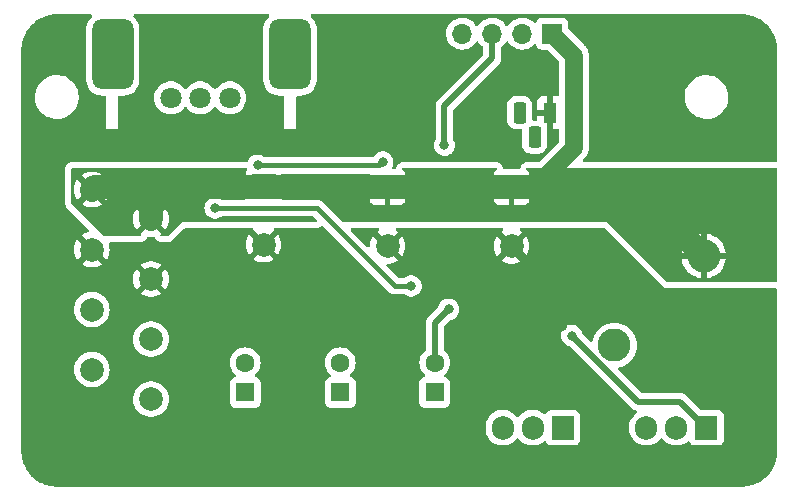
<source format=gbr>
%TF.GenerationSoftware,KiCad,Pcbnew,7.0.1-3b83917a11~172~ubuntu22.10.1*%
%TF.CreationDate,2023-09-25T18:41:38+02:00*%
%TF.ProjectId,led_boost_MIC3230,6c65645f-626f-46f7-9374-5f4d49433332,rev?*%
%TF.SameCoordinates,Original*%
%TF.FileFunction,Copper,L1,Top*%
%TF.FilePolarity,Positive*%
%FSLAX46Y46*%
G04 Gerber Fmt 4.6, Leading zero omitted, Abs format (unit mm)*
G04 Created by KiCad (PCBNEW 7.0.1-3b83917a11~172~ubuntu22.10.1) date 2023-09-25 18:41:38*
%MOMM*%
%LPD*%
G01*
G04 APERTURE LIST*
G04 Aperture macros list*
%AMRoundRect*
0 Rectangle with rounded corners*
0 $1 Rounding radius*
0 $2 $3 $4 $5 $6 $7 $8 $9 X,Y pos of 4 corners*
0 Add a 4 corners polygon primitive as box body*
4,1,4,$2,$3,$4,$5,$6,$7,$8,$9,$2,$3,0*
0 Add four circle primitives for the rounded corners*
1,1,$1+$1,$2,$3*
1,1,$1+$1,$4,$5*
1,1,$1+$1,$6,$7*
1,1,$1+$1,$8,$9*
0 Add four rect primitives between the rounded corners*
20,1,$1+$1,$2,$3,$4,$5,0*
20,1,$1+$1,$4,$5,$6,$7,0*
20,1,$1+$1,$6,$7,$8,$9,0*
20,1,$1+$1,$8,$9,$2,$3,0*%
G04 Aperture macros list end*
%TA.AperFunction,ComponentPad*%
%ADD10R,1.600000X1.600000*%
%TD*%
%TA.AperFunction,ComponentPad*%
%ADD11C,1.600000*%
%TD*%
%TA.AperFunction,ComponentPad*%
%ADD12C,2.000000*%
%TD*%
%TA.AperFunction,ComponentPad*%
%ADD13R,1.905000X2.000000*%
%TD*%
%TA.AperFunction,ComponentPad*%
%ADD14O,1.905000X2.000000*%
%TD*%
%TA.AperFunction,ComponentPad*%
%ADD15R,2.000000X2.000000*%
%TD*%
%TA.AperFunction,ComponentPad*%
%ADD16C,2.800000*%
%TD*%
%TA.AperFunction,ComponentPad*%
%ADD17C,1.800000*%
%TD*%
%TA.AperFunction,ComponentPad*%
%ADD18RoundRect,0.875000X0.875000X-2.125000X0.875000X2.125000X-0.875000X2.125000X-0.875000X-2.125000X0*%
%TD*%
%TA.AperFunction,ComponentPad*%
%ADD19R,1.700000X1.700000*%
%TD*%
%TA.AperFunction,ComponentPad*%
%ADD20O,1.700000X1.700000*%
%TD*%
%TA.AperFunction,ComponentPad*%
%ADD21R,1.100000X1.800000*%
%TD*%
%TA.AperFunction,ComponentPad*%
%ADD22RoundRect,0.275000X0.275000X0.625000X-0.275000X0.625000X-0.275000X-0.625000X0.275000X-0.625000X0*%
%TD*%
%TA.AperFunction,ViaPad*%
%ADD23C,0.800000*%
%TD*%
%TA.AperFunction,Conductor*%
%ADD24C,2.000000*%
%TD*%
%TA.AperFunction,Conductor*%
%ADD25C,1.500000*%
%TD*%
%TA.AperFunction,Conductor*%
%ADD26C,0.800000*%
%TD*%
%TA.AperFunction,Conductor*%
%ADD27C,0.500000*%
%TD*%
%TA.AperFunction,Conductor*%
%ADD28C,0.400000*%
%TD*%
G04 APERTURE END LIST*
D10*
%TO.P,C8,1*%
%TO.N,/LED+*%
X74000000Y-85000000D03*
D11*
%TO.P,C8,2*%
%TO.N,/LED-*%
X74000000Y-82500000D03*
%TD*%
D12*
%TO.P,J1,1,Pin_1*%
%TO.N,VCC*%
X52973000Y-67840000D03*
X57973000Y-70340000D03*
%TO.P,J1,2,Pin_2*%
%TO.N,GND*%
X52973000Y-72920000D03*
X57973000Y-75420000D03*
%TO.P,J1,3,Pin_3*%
%TO.N,/LED-*%
X52973000Y-78000000D03*
X57973000Y-80500000D03*
%TO.P,J1,4,Pin_4*%
%TO.N,/LED+*%
X52973000Y-83080000D03*
X57973000Y-85580000D03*
%TD*%
D13*
%TO.P,Q1,1,G*%
%TO.N,/Gate*%
X105000000Y-88000000D03*
D14*
%TO.P,Q1,2,D*%
%TO.N,/Vsw*%
X102460000Y-88000000D03*
%TO.P,Q1,3,S*%
%TO.N,/Isns_MOS*%
X99920000Y-88000000D03*
%TD*%
D10*
%TO.P,C7,1*%
%TO.N,/LED+*%
X65950000Y-85000000D03*
D11*
%TO.P,C7,2*%
%TO.N,/LED-*%
X65950000Y-82500000D03*
%TD*%
D15*
%TO.P,C3,1*%
%TO.N,VCC*%
X78000000Y-67632323D03*
D12*
%TO.P,C3,2*%
%TO.N,GND*%
X78000000Y-72632323D03*
%TD*%
D16*
%TO.P,L1,1,1*%
%TO.N,VCC*%
X104783021Y-73466979D03*
%TO.P,L1,2,2*%
%TO.N,/Vsw*%
X97216979Y-81033021D03*
%TD*%
D17*
%TO.P,RV1,1,1*%
%TO.N,Net-(D3-K)*%
X64642024Y-60077500D03*
%TO.P,RV1,2,2*%
%TO.N,Net-(R15-Pad1)*%
X62142024Y-60077500D03*
%TO.P,RV1,3,3*%
%TO.N,Net-(D4-A)*%
X59642024Y-60077500D03*
D18*
%TO.P,RV1,MP*%
%TO.N,N/C*%
X69742024Y-56377500D03*
X54742024Y-56377500D03*
%TD*%
D19*
%TO.P,J2,1,Pin_1*%
%TO.N,VCC*%
X91945000Y-54637500D03*
D20*
%TO.P,J2,2,Pin_2*%
%TO.N,/FAN*%
X89405000Y-54637500D03*
%TO.P,J2,3,Pin_3*%
%TO.N,+5V*%
X86865000Y-54637500D03*
%TO.P,J2,4,Pin_4*%
%TO.N,/NTC*%
X84325000Y-54637500D03*
%TD*%
D15*
%TO.P,C4,1*%
%TO.N,VCC*%
X67500000Y-67500000D03*
D12*
%TO.P,C4,2*%
%TO.N,GND*%
X67500000Y-72500000D03*
%TD*%
D13*
%TO.P,D1,1,K*%
%TO.N,/Vsw*%
X92830000Y-88000000D03*
D14*
%TO.P,D1,2,A*%
%TO.N,/LED+*%
X90290000Y-88000000D03*
%TO.P,D1,3,K*%
%TO.N,/Vsw*%
X87750000Y-88000000D03*
%TD*%
D15*
%TO.P,C1,1*%
%TO.N,VCC*%
X88500000Y-67632323D03*
D12*
%TO.P,C1,2*%
%TO.N,GND*%
X88500000Y-72632323D03*
%TD*%
D10*
%TO.P,C9,1*%
%TO.N,/LED+*%
X82000000Y-85000000D03*
D11*
%TO.P,C9,2*%
%TO.N,/LED-*%
X82000000Y-82500000D03*
%TD*%
D21*
%TO.P,Q2,1,S*%
%TO.N,GND*%
X91732500Y-61330000D03*
D22*
%TO.P,Q2,2,G*%
%TO.N,Net-(Q2-G)*%
X90462500Y-63400000D03*
%TO.P,Q2,3,D*%
%TO.N,/FAN*%
X89192500Y-61330000D03*
%TD*%
D23*
%TO.N,GND*%
X93600000Y-77800000D03*
X92800000Y-79400000D03*
X69100000Y-64400000D03*
X77500000Y-62900000D03*
X86532500Y-62430000D03*
X79762500Y-57400000D03*
%TO.N,/LED-*%
X83165595Y-77989940D03*
%TO.N,/Gate*%
X93600000Y-80200000D03*
%TO.N,/DIM*%
X63400000Y-69400000D03*
X80000000Y-76000000D03*
%TO.N,+5V*%
X82817500Y-64085000D03*
X67000000Y-65800000D03*
X77600000Y-65500000D03*
%TD*%
D24*
%TO.N,VCC*%
X98948365Y-67632323D02*
X104783021Y-73466979D01*
D25*
X88500000Y-67632323D02*
X90467677Y-67632323D01*
D24*
X88500000Y-67632323D02*
X57800000Y-67632323D01*
X53180677Y-67632323D02*
X52973000Y-67840000D01*
X88500000Y-67632323D02*
X98948365Y-67632323D01*
X57973000Y-70340000D02*
X57973000Y-67805323D01*
D25*
X93800000Y-64300000D02*
X93800000Y-56492500D01*
D24*
X57800000Y-67632323D02*
X53180677Y-67632323D01*
D25*
X93800000Y-56492500D02*
X91945000Y-54637500D01*
D24*
X57973000Y-67805323D02*
X57800000Y-67632323D01*
D25*
X90467677Y-67632323D02*
X93800000Y-64300000D01*
D26*
%TO.N,GND*%
X92800000Y-79400000D02*
X92800000Y-78600000D01*
X88500000Y-72632323D02*
X88500000Y-72700000D01*
X88500000Y-72700000D02*
X93600000Y-77800000D01*
X92800000Y-78600000D02*
X93600000Y-77800000D01*
D27*
%TO.N,/LED-*%
X82000000Y-79155535D02*
X82000000Y-82500000D01*
X82765595Y-78389940D02*
X82000000Y-79155535D01*
X82765595Y-78389940D02*
X83165595Y-77989940D01*
%TO.N,/Gate*%
X99200000Y-85800000D02*
X93600000Y-80200000D01*
X105000000Y-88000000D02*
X102800000Y-85800000D01*
X102800000Y-85800000D02*
X99200000Y-85800000D01*
D28*
%TO.N,/DIM*%
X78600000Y-76000000D02*
X80000000Y-76000000D01*
X63400000Y-69400000D02*
X72000000Y-69400000D01*
X72000000Y-69400000D02*
X78600000Y-76000000D01*
D27*
%TO.N,+5V*%
X86865000Y-56735000D02*
X86865000Y-54637500D01*
D28*
X77300000Y-65800000D02*
X77600000Y-65500000D01*
D27*
X82817500Y-60782500D02*
X86865000Y-56735000D01*
X82817500Y-64085000D02*
X82817500Y-60782500D01*
D28*
X67000000Y-65800000D02*
X77300000Y-65800000D01*
%TD*%
%TA.AperFunction,Conductor*%
%TO.N,VCC*%
G36*
X66067164Y-66018505D02*
G01*
X66112881Y-66068496D01*
X66125503Y-66135053D01*
X66101264Y-66198311D01*
X66056647Y-66257910D01*
X66006402Y-66392624D01*
X66000000Y-66452176D01*
X66000000Y-67250000D01*
X69000000Y-67250000D01*
X69000000Y-66624500D01*
X69016613Y-66562500D01*
X69062000Y-66517113D01*
X69124000Y-66500500D01*
X76376000Y-66500500D01*
X76438000Y-66517113D01*
X76483387Y-66562500D01*
X76500000Y-66624500D01*
X76500000Y-67382323D01*
X79500000Y-67382323D01*
X79500000Y-66584499D01*
X79493597Y-66524947D01*
X79443352Y-66390233D01*
X79357189Y-66275134D01*
X79287903Y-66223267D01*
X79249420Y-66175511D01*
X79238530Y-66115154D01*
X79257899Y-66056960D01*
X79302787Y-66015168D01*
X79362214Y-66000000D01*
X87137786Y-66000000D01*
X87197213Y-66015168D01*
X87242101Y-66056960D01*
X87261470Y-66115154D01*
X87250580Y-66175511D01*
X87212097Y-66223267D01*
X87142810Y-66275134D01*
X87056647Y-66390233D01*
X87006402Y-66524947D01*
X87000000Y-66584499D01*
X87000000Y-67382323D01*
X90000000Y-67382323D01*
X90000000Y-66584499D01*
X89993597Y-66524947D01*
X89943352Y-66390233D01*
X89857189Y-66275134D01*
X89787903Y-66223267D01*
X89749420Y-66175511D01*
X89738530Y-66115154D01*
X89757899Y-66056960D01*
X89802787Y-66015168D01*
X89862214Y-66000000D01*
X110875500Y-66000000D01*
X110937500Y-66016613D01*
X110982887Y-66062000D01*
X110999500Y-66124000D01*
X110999500Y-75576000D01*
X110982887Y-75638000D01*
X110937500Y-75683387D01*
X110875500Y-75700000D01*
X101751362Y-75700000D01*
X101703909Y-75690561D01*
X101663681Y-75663681D01*
X99716979Y-73716979D01*
X102896048Y-73716979D01*
X102897556Y-73738068D01*
X102955326Y-74003633D01*
X103050308Y-74258286D01*
X103180555Y-74496818D01*
X103343431Y-74714394D01*
X103535605Y-74906568D01*
X103753181Y-75069444D01*
X103991713Y-75199691D01*
X104246366Y-75294673D01*
X104511931Y-75352443D01*
X104533021Y-75353951D01*
X104533021Y-73716979D01*
X105033021Y-73716979D01*
X105033021Y-75353951D01*
X105054110Y-75352443D01*
X105319675Y-75294673D01*
X105574328Y-75199691D01*
X105812860Y-75069444D01*
X106030436Y-74906568D01*
X106222610Y-74714394D01*
X106385486Y-74496818D01*
X106515733Y-74258286D01*
X106610715Y-74003633D01*
X106668485Y-73738068D01*
X106669994Y-73716979D01*
X105033021Y-73716979D01*
X104533021Y-73716979D01*
X102896048Y-73716979D01*
X99716979Y-73716979D01*
X99216979Y-73216979D01*
X102896048Y-73216979D01*
X104533021Y-73216979D01*
X104533021Y-71580006D01*
X105033021Y-71580006D01*
X105033021Y-73216979D01*
X106669993Y-73216979D01*
X106668485Y-73195889D01*
X106610715Y-72930324D01*
X106515733Y-72675671D01*
X106385486Y-72437139D01*
X106222610Y-72219563D01*
X106030436Y-72027389D01*
X105812860Y-71864513D01*
X105574328Y-71734266D01*
X105319675Y-71639284D01*
X105054110Y-71581514D01*
X105033021Y-71580006D01*
X104533021Y-71580006D01*
X104511931Y-71581514D01*
X104246366Y-71639284D01*
X103991713Y-71734266D01*
X103753181Y-71864513D01*
X103535605Y-72027389D01*
X103343431Y-72219563D01*
X103180555Y-72437139D01*
X103050308Y-72675671D01*
X102955326Y-72930324D01*
X102897556Y-73195889D01*
X102896048Y-73216979D01*
X99216979Y-73216979D01*
X96600000Y-70600000D01*
X74242019Y-70600000D01*
X74194566Y-70590561D01*
X74154338Y-70563681D01*
X72512940Y-68922283D01*
X72507822Y-68916847D01*
X72467929Y-68871817D01*
X72462086Y-68867784D01*
X72418436Y-68837654D01*
X72412405Y-68833216D01*
X72365054Y-68796120D01*
X72355813Y-68791961D01*
X72336273Y-68780941D01*
X72327930Y-68775182D01*
X72327927Y-68775181D01*
X72327926Y-68775180D01*
X72271701Y-68753856D01*
X72264783Y-68750991D01*
X72209929Y-68726303D01*
X72199952Y-68724475D01*
X72178339Y-68718450D01*
X72168873Y-68714860D01*
X72109172Y-68707610D01*
X72101771Y-68706483D01*
X72042607Y-68695641D01*
X71982566Y-68699274D01*
X71975079Y-68699500D01*
X69121740Y-68699500D01*
X69055947Y-68680606D01*
X69010204Y-68629683D01*
X68998450Y-68562248D01*
X69000000Y-68547828D01*
X69000000Y-67882323D01*
X76500000Y-67882323D01*
X76500000Y-68680147D01*
X76506402Y-68739698D01*
X76556647Y-68874412D01*
X76642811Y-68989511D01*
X76757910Y-69075675D01*
X76892624Y-69125920D01*
X76952176Y-69132323D01*
X77750000Y-69132323D01*
X77750000Y-67882323D01*
X78250000Y-67882323D01*
X78250000Y-69132323D01*
X79047824Y-69132323D01*
X79107375Y-69125920D01*
X79242089Y-69075675D01*
X79357188Y-68989511D01*
X79443352Y-68874412D01*
X79493597Y-68739698D01*
X79500000Y-68680147D01*
X79500000Y-67882323D01*
X87000000Y-67882323D01*
X87000000Y-68680147D01*
X87006402Y-68739698D01*
X87056647Y-68874412D01*
X87142811Y-68989511D01*
X87257910Y-69075675D01*
X87392624Y-69125920D01*
X87452176Y-69132323D01*
X88250000Y-69132323D01*
X88250000Y-67882323D01*
X88750000Y-67882323D01*
X88750000Y-69132323D01*
X89547824Y-69132323D01*
X89607375Y-69125920D01*
X89742089Y-69075675D01*
X89857188Y-68989511D01*
X89943352Y-68874412D01*
X89993597Y-68739698D01*
X90000000Y-68680147D01*
X90000000Y-67882323D01*
X88750000Y-67882323D01*
X88250000Y-67882323D01*
X87000000Y-67882323D01*
X79500000Y-67882323D01*
X78250000Y-67882323D01*
X77750000Y-67882323D01*
X76500000Y-67882323D01*
X69000000Y-67882323D01*
X69000000Y-67750000D01*
X66000000Y-67750000D01*
X66000000Y-68547828D01*
X66001550Y-68562248D01*
X65989796Y-68629683D01*
X65944053Y-68680606D01*
X65878260Y-68699500D01*
X64008156Y-68699500D01*
X63969838Y-68693431D01*
X63935270Y-68675818D01*
X63852727Y-68615847D01*
X63679802Y-68538855D01*
X63494648Y-68499500D01*
X63494646Y-68499500D01*
X63305354Y-68499500D01*
X63305352Y-68499500D01*
X63120197Y-68538855D01*
X62947269Y-68615848D01*
X62794129Y-68727110D01*
X62667466Y-68867783D01*
X62572820Y-69031715D01*
X62514326Y-69211742D01*
X62494540Y-69399999D01*
X62514326Y-69588257D01*
X62572820Y-69768284D01*
X62667466Y-69932216D01*
X62794129Y-70072889D01*
X62947269Y-70184151D01*
X63120197Y-70261144D01*
X63305352Y-70300500D01*
X63305354Y-70300500D01*
X63494646Y-70300500D01*
X63494648Y-70300500D01*
X63618084Y-70274262D01*
X63679803Y-70261144D01*
X63852730Y-70184151D01*
X63935271Y-70124181D01*
X63969838Y-70106569D01*
X64008156Y-70100500D01*
X71658481Y-70100500D01*
X71705934Y-70109939D01*
X71746162Y-70136819D01*
X71997662Y-70388319D01*
X72027912Y-70437682D01*
X72032454Y-70495398D01*
X72010299Y-70548885D01*
X71966276Y-70586485D01*
X71909981Y-70600000D01*
X60599999Y-70600000D01*
X59436319Y-71763681D01*
X59396091Y-71790561D01*
X59348638Y-71800000D01*
X58900542Y-71800000D01*
X58841525Y-71785055D01*
X58796733Y-71743822D01*
X58776966Y-71686240D01*
X58786986Y-71626190D01*
X58824379Y-71578147D01*
X58843056Y-71563609D01*
X57973000Y-70693553D01*
X57102942Y-71563609D01*
X57102942Y-71563611D01*
X57121618Y-71578147D01*
X57159012Y-71626190D01*
X57169032Y-71686240D01*
X57149265Y-71743822D01*
X57104473Y-71785055D01*
X57045456Y-71800000D01*
X54051362Y-71800000D01*
X54003909Y-71790561D01*
X53963681Y-71763681D01*
X52540000Y-70340000D01*
X56467858Y-70340000D01*
X56488386Y-70587732D01*
X56549413Y-70828721D01*
X56649268Y-71056370D01*
X56749563Y-71209882D01*
X56749564Y-71209882D01*
X57619447Y-70340001D01*
X58326553Y-70340001D01*
X59196434Y-71209882D01*
X59296730Y-71056369D01*
X59396586Y-70828721D01*
X59457613Y-70587732D01*
X59478141Y-70340000D01*
X59457613Y-70092267D01*
X59396586Y-69851278D01*
X59296730Y-69623630D01*
X59196434Y-69470116D01*
X58326553Y-70340000D01*
X58326553Y-70340001D01*
X57619447Y-70340001D01*
X57619447Y-70340000D01*
X56749564Y-69470116D01*
X56649266Y-69623634D01*
X56549413Y-69851278D01*
X56488386Y-70092267D01*
X56467858Y-70340000D01*
X52540000Y-70340000D01*
X51263610Y-69063610D01*
X52102942Y-69063610D01*
X52149766Y-69100055D01*
X52368393Y-69218368D01*
X52603506Y-69299083D01*
X52848707Y-69340000D01*
X53097293Y-69340000D01*
X53342493Y-69299083D01*
X53577606Y-69218368D01*
X53766045Y-69116390D01*
X57102942Y-69116390D01*
X57973000Y-69986447D01*
X57973001Y-69986447D01*
X58843057Y-69116390D01*
X58843056Y-69116388D01*
X58796235Y-69079947D01*
X58577606Y-68961631D01*
X58342493Y-68880916D01*
X58097293Y-68840000D01*
X57848707Y-68840000D01*
X57603506Y-68880916D01*
X57368393Y-68961631D01*
X57149764Y-69079946D01*
X57102942Y-69116388D01*
X57102942Y-69116390D01*
X53766045Y-69116390D01*
X53796233Y-69100053D01*
X53843056Y-69063609D01*
X52973000Y-68193553D01*
X52102942Y-69063609D01*
X52102942Y-69063610D01*
X51263610Y-69063610D01*
X51236319Y-69036319D01*
X51209439Y-68996091D01*
X51200000Y-68948638D01*
X51200000Y-67839999D01*
X51467858Y-67839999D01*
X51488386Y-68087732D01*
X51549413Y-68328721D01*
X51649268Y-68556370D01*
X51749563Y-68709882D01*
X51749564Y-68709882D01*
X52619447Y-67840001D01*
X53326553Y-67840001D01*
X54196434Y-68709882D01*
X54296730Y-68556369D01*
X54396586Y-68328721D01*
X54457613Y-68087732D01*
X54478141Y-67839999D01*
X54457613Y-67592267D01*
X54396586Y-67351278D01*
X54296730Y-67123630D01*
X54196434Y-66970116D01*
X53326553Y-67840000D01*
X53326553Y-67840001D01*
X52619447Y-67840001D01*
X52619447Y-67840000D01*
X51749564Y-66970116D01*
X51649266Y-67123634D01*
X51549413Y-67351278D01*
X51488386Y-67592267D01*
X51467858Y-67839999D01*
X51200000Y-67839999D01*
X51200000Y-66616390D01*
X52102942Y-66616390D01*
X52973000Y-67486447D01*
X52973001Y-67486447D01*
X53843057Y-66616390D01*
X53843056Y-66616388D01*
X53796235Y-66579947D01*
X53577606Y-66461631D01*
X53342493Y-66380916D01*
X53097293Y-66340000D01*
X52848707Y-66340000D01*
X52603506Y-66380916D01*
X52368393Y-66461631D01*
X52149764Y-66579946D01*
X52102942Y-66616388D01*
X52102942Y-66616390D01*
X51200000Y-66616390D01*
X51200000Y-66124000D01*
X51216613Y-66062000D01*
X51262000Y-66016613D01*
X51324000Y-66000000D01*
X66001997Y-66000000D01*
X66067164Y-66018505D01*
G37*
%TD.AperFunction*%
%TD*%
%TA.AperFunction,Conductor*%
%TO.N,GND*%
G36*
X52936789Y-53014987D02*
G01*
X52981361Y-53055063D01*
X53001928Y-53111364D01*
X52993684Y-53170734D01*
X52958555Y-53219301D01*
X52890884Y-53276355D01*
X52739954Y-53455368D01*
X52621451Y-53657307D01*
X52538778Y-53876377D01*
X52494318Y-54106261D01*
X52491524Y-54158869D01*
X52491524Y-58596131D01*
X52494318Y-58648738D01*
X52526110Y-58813119D01*
X52538779Y-58878626D01*
X52621450Y-59097690D01*
X52739954Y-59299632D01*
X52890882Y-59478642D01*
X53069892Y-59629570D01*
X53271834Y-59748074D01*
X53490898Y-59830745D01*
X53720783Y-59875205D01*
X53730350Y-59875713D01*
X53773393Y-59878000D01*
X53773402Y-59878000D01*
X54018024Y-59878000D01*
X54080024Y-59894613D01*
X54125411Y-59940000D01*
X54142024Y-60002000D01*
X54142024Y-62677500D01*
X55192024Y-62677500D01*
X55192024Y-60077499D01*
X58236723Y-60077499D01*
X58255889Y-60308799D01*
X58255889Y-60308801D01*
X58255890Y-60308805D01*
X58310402Y-60524067D01*
X58312868Y-60533803D01*
X58406099Y-60746348D01*
X58406100Y-60746349D01*
X58533045Y-60940653D01*
X58690240Y-61111413D01*
X58873398Y-61253970D01*
X59077521Y-61364436D01*
X59128363Y-61381890D01*
X59297039Y-61439797D01*
X59297041Y-61439797D01*
X59297043Y-61439798D01*
X59525975Y-61478000D01*
X59758072Y-61478000D01*
X59758073Y-61478000D01*
X59987005Y-61439798D01*
X60206527Y-61364436D01*
X60410650Y-61253970D01*
X60593808Y-61111413D01*
X60751003Y-60940653D01*
X60788216Y-60883693D01*
X60833006Y-60842461D01*
X60892024Y-60827516D01*
X60951042Y-60842461D01*
X60995831Y-60883693D01*
X61033045Y-60940653D01*
X61190240Y-61111413D01*
X61373398Y-61253970D01*
X61577521Y-61364436D01*
X61628363Y-61381890D01*
X61797039Y-61439797D01*
X61797041Y-61439797D01*
X61797043Y-61439798D01*
X62025975Y-61478000D01*
X62258072Y-61478000D01*
X62258073Y-61478000D01*
X62487005Y-61439798D01*
X62706527Y-61364436D01*
X62910650Y-61253970D01*
X63093808Y-61111413D01*
X63251003Y-60940653D01*
X63288216Y-60883693D01*
X63333006Y-60842461D01*
X63392024Y-60827516D01*
X63451042Y-60842461D01*
X63495831Y-60883693D01*
X63533045Y-60940653D01*
X63690240Y-61111413D01*
X63873398Y-61253970D01*
X64077521Y-61364436D01*
X64128363Y-61381890D01*
X64297039Y-61439797D01*
X64297041Y-61439797D01*
X64297043Y-61439798D01*
X64525975Y-61478000D01*
X64758072Y-61478000D01*
X64758073Y-61478000D01*
X64987005Y-61439798D01*
X65206527Y-61364436D01*
X65410650Y-61253970D01*
X65593808Y-61111413D01*
X65751003Y-60940653D01*
X65877948Y-60746349D01*
X65971181Y-60533800D01*
X66028158Y-60308805D01*
X66047324Y-60077500D01*
X66046935Y-60072811D01*
X66035962Y-59940379D01*
X66028158Y-59846195D01*
X65971181Y-59621200D01*
X65877948Y-59408651D01*
X65751003Y-59214347D01*
X65593808Y-59043587D01*
X65410650Y-58901030D01*
X65206527Y-58790564D01*
X65206523Y-58790562D01*
X65206522Y-58790562D01*
X64987008Y-58715202D01*
X64815306Y-58686550D01*
X64758073Y-58677000D01*
X64525975Y-58677000D01*
X64480188Y-58684640D01*
X64297039Y-58715202D01*
X64077525Y-58790562D01*
X63873396Y-58901031D01*
X63690239Y-59043587D01*
X63533044Y-59214347D01*
X63495831Y-59271306D01*
X63451039Y-59312538D01*
X63392022Y-59327483D01*
X63333004Y-59312537D01*
X63288216Y-59271305D01*
X63251003Y-59214347D01*
X63093808Y-59043587D01*
X62910650Y-58901030D01*
X62706527Y-58790564D01*
X62706523Y-58790562D01*
X62706522Y-58790562D01*
X62487008Y-58715202D01*
X62315306Y-58686550D01*
X62258073Y-58677000D01*
X62025975Y-58677000D01*
X61980188Y-58684640D01*
X61797039Y-58715202D01*
X61577525Y-58790562D01*
X61373396Y-58901031D01*
X61190239Y-59043587D01*
X61033044Y-59214347D01*
X60995831Y-59271306D01*
X60951039Y-59312538D01*
X60892022Y-59327483D01*
X60833004Y-59312537D01*
X60788216Y-59271305D01*
X60751003Y-59214347D01*
X60593808Y-59043587D01*
X60410650Y-58901030D01*
X60206527Y-58790564D01*
X60206523Y-58790562D01*
X60206522Y-58790562D01*
X59987008Y-58715202D01*
X59815306Y-58686550D01*
X59758073Y-58677000D01*
X59525975Y-58677000D01*
X59480188Y-58684640D01*
X59297039Y-58715202D01*
X59077525Y-58790562D01*
X58873396Y-58901031D01*
X58690239Y-59043587D01*
X58533044Y-59214348D01*
X58406100Y-59408650D01*
X58312868Y-59621196D01*
X58255889Y-59846200D01*
X58236723Y-60077499D01*
X55192024Y-60077499D01*
X55192024Y-60002000D01*
X55208637Y-59940000D01*
X55254024Y-59894613D01*
X55316024Y-59878000D01*
X55710655Y-59878000D01*
X55750110Y-59875903D01*
X55763265Y-59875205D01*
X55993150Y-59830745D01*
X56212214Y-59748074D01*
X56414156Y-59629570D01*
X56593166Y-59478642D01*
X56744094Y-59299632D01*
X56862598Y-59097690D01*
X56945269Y-58878626D01*
X56989729Y-58648741D01*
X56992524Y-58596122D01*
X56992524Y-54158878D01*
X56989729Y-54106259D01*
X56945269Y-53876374D01*
X56862598Y-53657310D01*
X56744094Y-53455368D01*
X56593166Y-53276358D01*
X56593164Y-53276356D01*
X56593163Y-53276355D01*
X56525493Y-53219301D01*
X56490364Y-53170734D01*
X56482120Y-53111364D01*
X56502687Y-53055063D01*
X56547259Y-53014987D01*
X56605422Y-53000500D01*
X67878626Y-53000500D01*
X67936789Y-53014987D01*
X67981361Y-53055063D01*
X68001928Y-53111364D01*
X67993684Y-53170734D01*
X67958555Y-53219301D01*
X67890884Y-53276355D01*
X67739954Y-53455368D01*
X67621451Y-53657307D01*
X67538778Y-53876377D01*
X67494318Y-54106261D01*
X67491524Y-54158869D01*
X67491524Y-58596131D01*
X67494318Y-58648738D01*
X67526110Y-58813119D01*
X67538779Y-58878626D01*
X67621450Y-59097690D01*
X67739954Y-59299632D01*
X67890882Y-59478642D01*
X68069892Y-59629570D01*
X68271834Y-59748074D01*
X68490898Y-59830745D01*
X68720783Y-59875205D01*
X68730350Y-59875713D01*
X68773393Y-59878000D01*
X68773402Y-59878000D01*
X69118024Y-59878000D01*
X69180024Y-59894613D01*
X69225411Y-59940000D01*
X69242024Y-60002000D01*
X69242024Y-62677500D01*
X70292024Y-62677500D01*
X70292024Y-60002000D01*
X70308637Y-59940000D01*
X70354024Y-59894613D01*
X70416024Y-59878000D01*
X70710655Y-59878000D01*
X70750110Y-59875903D01*
X70763265Y-59875205D01*
X70993150Y-59830745D01*
X71212214Y-59748074D01*
X71414156Y-59629570D01*
X71593166Y-59478642D01*
X71744094Y-59299632D01*
X71862598Y-59097690D01*
X71945269Y-58878626D01*
X71989729Y-58648741D01*
X71992524Y-58596122D01*
X71992524Y-54158878D01*
X71989729Y-54106259D01*
X71945269Y-53876374D01*
X71862598Y-53657310D01*
X71744094Y-53455368D01*
X71593166Y-53276358D01*
X71593164Y-53276356D01*
X71593163Y-53276355D01*
X71525493Y-53219301D01*
X71490364Y-53170734D01*
X71482120Y-53111364D01*
X71502687Y-53055063D01*
X71547259Y-53014987D01*
X71605422Y-53000500D01*
X107996755Y-53000500D01*
X108003243Y-53000669D01*
X108133379Y-53007490D01*
X108313908Y-53017628D01*
X108326309Y-53018955D01*
X108474990Y-53042504D01*
X108476245Y-53042709D01*
X108635324Y-53069738D01*
X108646606Y-53072202D01*
X108795635Y-53112134D01*
X108797761Y-53112725D01*
X108949174Y-53156347D01*
X108959260Y-53159729D01*
X109104710Y-53215562D01*
X109107599Y-53216714D01*
X109251768Y-53276430D01*
X109260589Y-53280497D01*
X109285929Y-53293409D01*
X109400064Y-53351565D01*
X109403748Y-53353521D01*
X109493848Y-53403316D01*
X109539548Y-53428574D01*
X109547061Y-53433081D01*
X109678754Y-53518604D01*
X109682947Y-53521452D01*
X109809147Y-53610996D01*
X109815426Y-53615757D01*
X109890539Y-53676583D01*
X109937567Y-53714665D01*
X109942154Y-53718567D01*
X109965723Y-53739630D01*
X110057424Y-53821579D01*
X110062478Y-53826358D01*
X110173640Y-53937520D01*
X110178419Y-53942574D01*
X110281427Y-54057840D01*
X110285333Y-54062431D01*
X110384239Y-54184570D01*
X110389002Y-54190851D01*
X110478546Y-54317051D01*
X110481409Y-54321266D01*
X110566907Y-54452921D01*
X110571430Y-54460460D01*
X110646477Y-54596250D01*
X110648433Y-54599934D01*
X110719498Y-54739404D01*
X110723575Y-54748247D01*
X110783259Y-54892337D01*
X110784462Y-54895353D01*
X110840265Y-55040727D01*
X110843655Y-55050836D01*
X110887258Y-55202185D01*
X110887879Y-55204419D01*
X110927791Y-55353370D01*
X110930264Y-55364694D01*
X110957282Y-55523715D01*
X110957507Y-55525087D01*
X110981040Y-55673666D01*
X110982372Y-55686111D01*
X110992498Y-55866421D01*
X110992523Y-55866884D01*
X110999330Y-55996757D01*
X110999500Y-56003247D01*
X110999500Y-65370500D01*
X110982887Y-65432500D01*
X110937500Y-65477887D01*
X110875500Y-65494500D01*
X94673335Y-65494500D01*
X94617040Y-65480985D01*
X94573017Y-65443386D01*
X94550862Y-65389899D01*
X94555404Y-65332183D01*
X94585653Y-65282820D01*
X94600689Y-65267784D01*
X94629666Y-65238806D01*
X94640016Y-65229557D01*
X94667666Y-65207508D01*
X94711267Y-65157601D01*
X94716956Y-65151517D01*
X94723944Y-65144530D01*
X94750099Y-65113200D01*
X94751856Y-65111143D01*
X94815765Y-65037996D01*
X94818002Y-65034251D01*
X94829269Y-65018370D01*
X94832068Y-65015019D01*
X94880008Y-64930529D01*
X94881375Y-64928182D01*
X94931214Y-64844765D01*
X94931215Y-64844764D01*
X94932749Y-64840674D01*
X94940998Y-64823041D01*
X94943153Y-64819245D01*
X94975253Y-64727507D01*
X94976153Y-64725023D01*
X95010307Y-64634024D01*
X95011087Y-64629723D01*
X95016052Y-64610913D01*
X95017498Y-64606783D01*
X95032708Y-64510746D01*
X95033144Y-64508181D01*
X95050500Y-64412547D01*
X95050500Y-64408170D01*
X95052027Y-64388771D01*
X95052710Y-64384460D01*
X95050531Y-64287378D01*
X95050500Y-64284596D01*
X95050500Y-60067764D01*
X103145787Y-60067764D01*
X103175413Y-60337016D01*
X103187876Y-60384687D01*
X103243928Y-60599088D01*
X103349870Y-60848390D01*
X103349871Y-60848392D01*
X103490982Y-61079611D01*
X103580253Y-61186881D01*
X103664255Y-61287820D01*
X103865998Y-61468582D01*
X104091910Y-61618044D01*
X104198211Y-61667876D01*
X104337177Y-61733021D01*
X104596562Y-61811058D01*
X104596569Y-61811060D01*
X104864561Y-61850500D01*
X105067631Y-61850500D01*
X105067634Y-61850500D01*
X105270156Y-61835677D01*
X105270155Y-61835677D01*
X105534553Y-61776780D01*
X105787558Y-61680014D01*
X106023777Y-61547441D01*
X106238177Y-61381888D01*
X106426186Y-61186881D01*
X106583799Y-60966579D01*
X106707656Y-60725675D01*
X106795118Y-60469305D01*
X106844319Y-60202933D01*
X106854212Y-59932235D01*
X106824586Y-59662982D01*
X106756072Y-59400912D01*
X106650130Y-59151610D01*
X106509018Y-58920390D01*
X106509017Y-58920388D01*
X106335746Y-58712181D01*
X106230758Y-58618112D01*
X106134002Y-58531418D01*
X105908090Y-58381956D01*
X105908086Y-58381954D01*
X105662822Y-58266978D01*
X105403437Y-58188941D01*
X105403431Y-58188940D01*
X105135439Y-58149500D01*
X104932369Y-58149500D01*
X104932366Y-58149500D01*
X104729843Y-58164322D01*
X104465449Y-58223219D01*
X104212441Y-58319986D01*
X103976223Y-58452559D01*
X103761825Y-58618109D01*
X103573813Y-58813120D01*
X103416201Y-59033420D01*
X103292342Y-59274329D01*
X103204881Y-59530695D01*
X103155680Y-59797066D01*
X103145787Y-60067764D01*
X95050500Y-60067764D01*
X95050500Y-56569676D01*
X95051280Y-56555791D01*
X95055237Y-56520671D01*
X95050781Y-56454577D01*
X95050500Y-56446236D01*
X95050500Y-56436347D01*
X95046844Y-56395726D01*
X95046626Y-56392952D01*
X95040096Y-56296088D01*
X95039028Y-56291852D01*
X95035768Y-56272669D01*
X95035377Y-56268312D01*
X95009533Y-56174669D01*
X95008839Y-56172043D01*
X94985096Y-56077816D01*
X94983290Y-56073840D01*
X94976655Y-56055540D01*
X94975493Y-56051330D01*
X94952337Y-56003247D01*
X94933340Y-55963799D01*
X94932189Y-55961339D01*
X94909507Y-55911402D01*
X94892008Y-55872875D01*
X94891062Y-55871510D01*
X94889517Y-55869280D01*
X94879724Y-55852462D01*
X94879343Y-55851672D01*
X94877829Y-55848527D01*
X94820740Y-55769950D01*
X94819162Y-55767728D01*
X94763820Y-55687846D01*
X94760733Y-55684759D01*
X94748091Y-55669958D01*
X94745522Y-55666422D01*
X94675299Y-55599282D01*
X94673310Y-55597336D01*
X93331818Y-54255844D01*
X93304938Y-54215616D01*
X93295499Y-54168163D01*
X93295499Y-53739630D01*
X93293231Y-53718532D01*
X93289091Y-53680017D01*
X93238796Y-53545169D01*
X93152546Y-53429954D01*
X93037331Y-53343704D01*
X92902483Y-53293409D01*
X92842873Y-53287000D01*
X92842869Y-53287000D01*
X91047130Y-53287000D01*
X90987515Y-53293409D01*
X90852669Y-53343704D01*
X90737454Y-53429954D01*
X90651204Y-53545169D01*
X90602189Y-53676583D01*
X90567209Y-53726962D01*
X90512365Y-53754415D01*
X90451072Y-53752226D01*
X90398326Y-53720930D01*
X90276404Y-53599008D01*
X90276404Y-53599007D01*
X90276401Y-53599005D01*
X90082830Y-53463465D01*
X89868663Y-53363597D01*
X89807501Y-53347209D01*
X89640407Y-53302436D01*
X89405000Y-53281840D01*
X89169592Y-53302436D01*
X88941336Y-53363597D01*
X88727170Y-53463465D01*
X88533598Y-53599005D01*
X88366505Y-53766098D01*
X88236575Y-53951659D01*
X88192257Y-53990525D01*
X88135000Y-54004536D01*
X88077743Y-53990525D01*
X88033425Y-53951659D01*
X87980038Y-53875414D01*
X87903495Y-53766099D01*
X87736401Y-53599005D01*
X87542830Y-53463465D01*
X87328663Y-53363597D01*
X87267501Y-53347209D01*
X87100407Y-53302436D01*
X86865000Y-53281840D01*
X86629592Y-53302436D01*
X86401336Y-53363597D01*
X86187170Y-53463465D01*
X85993598Y-53599005D01*
X85826505Y-53766098D01*
X85696575Y-53951659D01*
X85652257Y-53990525D01*
X85595000Y-54004536D01*
X85537743Y-53990525D01*
X85493425Y-53951659D01*
X85440038Y-53875414D01*
X85363495Y-53766099D01*
X85196401Y-53599005D01*
X85002830Y-53463465D01*
X84788663Y-53363597D01*
X84727501Y-53347209D01*
X84560407Y-53302436D01*
X84325000Y-53281840D01*
X84089592Y-53302436D01*
X83861336Y-53363597D01*
X83647170Y-53463465D01*
X83453598Y-53599005D01*
X83286505Y-53766098D01*
X83150965Y-53959670D01*
X83051097Y-54173836D01*
X82989936Y-54402092D01*
X82969340Y-54637500D01*
X82989936Y-54872907D01*
X83034709Y-55040001D01*
X83051097Y-55101163D01*
X83150965Y-55315330D01*
X83286505Y-55508901D01*
X83453599Y-55675995D01*
X83647170Y-55811535D01*
X83861337Y-55911403D01*
X84089592Y-55972563D01*
X84325000Y-55993159D01*
X84560408Y-55972563D01*
X84788663Y-55911403D01*
X85002830Y-55811535D01*
X85196401Y-55675995D01*
X85363495Y-55508901D01*
X85493426Y-55323339D01*
X85537743Y-55284475D01*
X85595000Y-55270464D01*
X85652257Y-55284475D01*
X85696573Y-55323339D01*
X85826505Y-55508901D01*
X85993599Y-55675995D01*
X86061625Y-55723627D01*
X86100489Y-55767944D01*
X86114500Y-55825201D01*
X86114500Y-56372771D01*
X86105061Y-56420224D01*
X86078181Y-56460452D01*
X82331858Y-60206772D01*
X82318227Y-60218553D01*
X82298967Y-60232892D01*
X82267133Y-60270829D01*
X82259841Y-60278789D01*
X82255908Y-60282722D01*
X82236676Y-60307045D01*
X82234402Y-60309837D01*
X82185394Y-60368244D01*
X82174918Y-60384687D01*
X82142692Y-60453794D01*
X82141122Y-60457036D01*
X82106893Y-60525192D01*
X82100496Y-60543598D01*
X82085073Y-60618288D01*
X82084293Y-60621805D01*
X82066708Y-60696005D01*
X82064729Y-60715378D01*
X82066948Y-60791631D01*
X82067000Y-60795237D01*
X82067000Y-63550678D01*
X82050387Y-63612678D01*
X81990320Y-63716715D01*
X81931826Y-63896742D01*
X81912040Y-64084999D01*
X81931826Y-64273257D01*
X81990320Y-64453284D01*
X82084966Y-64617216D01*
X82211629Y-64757889D01*
X82364769Y-64869151D01*
X82537697Y-64946144D01*
X82722852Y-64985500D01*
X82722854Y-64985500D01*
X82912146Y-64985500D01*
X82912148Y-64985500D01*
X83035584Y-64959262D01*
X83097303Y-64946144D01*
X83270230Y-64869151D01*
X83338920Y-64819245D01*
X83423370Y-64757889D01*
X83450173Y-64728122D01*
X83550033Y-64617216D01*
X83644679Y-64453284D01*
X83703174Y-64273256D01*
X83722960Y-64085000D01*
X83703174Y-63896744D01*
X83644679Y-63716716D01*
X83644679Y-63716715D01*
X83584613Y-63612678D01*
X83568000Y-63550678D01*
X83568000Y-61998556D01*
X88142000Y-61998556D01*
X88156658Y-62128656D01*
X88214377Y-62293606D01*
X88307352Y-62441576D01*
X88430923Y-62565147D01*
X88578893Y-62658122D01*
X88743843Y-62715841D01*
X88873944Y-62730500D01*
X88873948Y-62730500D01*
X89288000Y-62730500D01*
X89350000Y-62747113D01*
X89395387Y-62792500D01*
X89412000Y-62854500D01*
X89412000Y-64068556D01*
X89426658Y-64198656D01*
X89484377Y-64363606D01*
X89577352Y-64511576D01*
X89700923Y-64635147D01*
X89848893Y-64728122D01*
X90013843Y-64785841D01*
X90143944Y-64800500D01*
X90143948Y-64800500D01*
X90781052Y-64800500D01*
X90781056Y-64800500D01*
X90885135Y-64788772D01*
X90911157Y-64785841D01*
X91076106Y-64728122D01*
X91224076Y-64635147D01*
X91347647Y-64511576D01*
X91440622Y-64363606D01*
X91498341Y-64198657D01*
X91513000Y-64068552D01*
X91513000Y-62731448D01*
X91512893Y-62730500D01*
X91498341Y-62601345D01*
X91498341Y-62601343D01*
X91489458Y-62575959D01*
X91482500Y-62535005D01*
X91482500Y-61580000D01*
X90682500Y-61580000D01*
X90682500Y-61875500D01*
X90665887Y-61937500D01*
X90620500Y-61982887D01*
X90558500Y-61999500D01*
X90367000Y-61999500D01*
X90305000Y-61982887D01*
X90259613Y-61937500D01*
X90243000Y-61875500D01*
X90243000Y-61080000D01*
X90682500Y-61080000D01*
X91482500Y-61080000D01*
X91482500Y-59930000D01*
X91134676Y-59930000D01*
X91075124Y-59936402D01*
X90940410Y-59986647D01*
X90825311Y-60072811D01*
X90739147Y-60187910D01*
X90688902Y-60322624D01*
X90682500Y-60382176D01*
X90682500Y-61080000D01*
X90243000Y-61080000D01*
X90243000Y-60661444D01*
X90228341Y-60531343D01*
X90170622Y-60366393D01*
X90077647Y-60218423D01*
X89954076Y-60094852D01*
X89806106Y-60001877D01*
X89641156Y-59944158D01*
X89511056Y-59929500D01*
X89511052Y-59929500D01*
X88873948Y-59929500D01*
X88873944Y-59929500D01*
X88743843Y-59944158D01*
X88578893Y-60001877D01*
X88430923Y-60094852D01*
X88307352Y-60218423D01*
X88214377Y-60366393D01*
X88156658Y-60531343D01*
X88142000Y-60661444D01*
X88142000Y-61998556D01*
X83568000Y-61998556D01*
X83568000Y-61144730D01*
X83577439Y-61097277D01*
X83604319Y-61057049D01*
X84207574Y-60453794D01*
X87350638Y-57310727D01*
X87364256Y-57298957D01*
X87383530Y-57284610D01*
X87415382Y-57246649D01*
X87422668Y-57238697D01*
X87426590Y-57234777D01*
X87445863Y-57210399D01*
X87448030Y-57207739D01*
X87496302Y-57150214D01*
X87496303Y-57150210D01*
X87497119Y-57149239D01*
X87507575Y-57132825D01*
X87508109Y-57131679D01*
X87508111Y-57131677D01*
X87539816Y-57063682D01*
X87541369Y-57060475D01*
X87575040Y-56993433D01*
X87575040Y-56993429D01*
X87575610Y-56992296D01*
X87581999Y-56973917D01*
X87582256Y-56972673D01*
X87597431Y-56899171D01*
X87598186Y-56895767D01*
X87615500Y-56822721D01*
X87615500Y-56822719D01*
X87615790Y-56821495D01*
X87617769Y-56802123D01*
X87617732Y-56800859D01*
X87617733Y-56800856D01*
X87615552Y-56725889D01*
X87615500Y-56722284D01*
X87615500Y-55825201D01*
X87629511Y-55767944D01*
X87668374Y-55723627D01*
X87736401Y-55675995D01*
X87903495Y-55508901D01*
X88033426Y-55323339D01*
X88077743Y-55284475D01*
X88135000Y-55270464D01*
X88192257Y-55284475D01*
X88236573Y-55323339D01*
X88366505Y-55508901D01*
X88533599Y-55675995D01*
X88727170Y-55811535D01*
X88941337Y-55911403D01*
X89169592Y-55972563D01*
X89405000Y-55993159D01*
X89640408Y-55972563D01*
X89868663Y-55911403D01*
X90082830Y-55811535D01*
X90276401Y-55675995D01*
X90398329Y-55554066D01*
X90451072Y-55522773D01*
X90512365Y-55520584D01*
X90567209Y-55548037D01*
X90602189Y-55598416D01*
X90651204Y-55729831D01*
X90737454Y-55845046D01*
X90852669Y-55931296D01*
X90987517Y-55981591D01*
X91047127Y-55988000D01*
X91475663Y-55987999D01*
X91523116Y-55997438D01*
X91563344Y-56024318D01*
X92513181Y-56974155D01*
X92540061Y-57014383D01*
X92549500Y-57061836D01*
X92549500Y-59817345D01*
X92535375Y-59874821D01*
X92496217Y-59919203D01*
X92440949Y-59940379D01*
X92405557Y-59936252D01*
X92405362Y-59938067D01*
X92330324Y-59930000D01*
X91982500Y-59930000D01*
X91982500Y-62730000D01*
X92330324Y-62730000D01*
X92405362Y-62721933D01*
X92405557Y-62723747D01*
X92440949Y-62719621D01*
X92496217Y-62740797D01*
X92535375Y-62785179D01*
X92549500Y-62842655D01*
X92549500Y-63730663D01*
X92540061Y-63778116D01*
X92513181Y-63818344D01*
X90873345Y-65458181D01*
X90833117Y-65485061D01*
X90785664Y-65494500D01*
X89862214Y-65494500D01*
X89737196Y-65510203D01*
X89677775Y-65525369D01*
X89560526Y-65571500D01*
X89458333Y-65645192D01*
X89413439Y-65686989D01*
X89332647Y-65783663D01*
X89278265Y-65897327D01*
X89258899Y-65955514D01*
X89243682Y-66032015D01*
X89220441Y-66083310D01*
X89176909Y-66119035D01*
X89122065Y-66131823D01*
X88562067Y-66131823D01*
X87877935Y-66131823D01*
X87823091Y-66119035D01*
X87779559Y-66083310D01*
X87756318Y-66032015D01*
X87748590Y-65993166D01*
X87741101Y-65955516D01*
X87721732Y-65897322D01*
X87667354Y-65783665D01*
X87635035Y-65744993D01*
X87586560Y-65686989D01*
X87556680Y-65659170D01*
X87541669Y-65645194D01*
X87527321Y-65634848D01*
X87439473Y-65571500D01*
X87322224Y-65525369D01*
X87262803Y-65510203D01*
X87137786Y-65494500D01*
X79362214Y-65494500D01*
X79237196Y-65510203D01*
X79177775Y-65525369D01*
X79060526Y-65571500D01*
X78958333Y-65645192D01*
X78913439Y-65686989D01*
X78832647Y-65783663D01*
X78778265Y-65897327D01*
X78758899Y-65955514D01*
X78743682Y-66032015D01*
X78720441Y-66083310D01*
X78676909Y-66119035D01*
X78622065Y-66131823D01*
X78489799Y-66131823D01*
X78427799Y-66115210D01*
X78382412Y-66069823D01*
X78365799Y-66007823D01*
X78382412Y-65945823D01*
X78427179Y-65868284D01*
X78446360Y-65809250D01*
X78485674Y-65688256D01*
X78505460Y-65500000D01*
X78485674Y-65311744D01*
X78455332Y-65218363D01*
X78427179Y-65131715D01*
X78332533Y-64967783D01*
X78205870Y-64827110D01*
X78052730Y-64715848D01*
X77879802Y-64638855D01*
X77694648Y-64599500D01*
X77694646Y-64599500D01*
X77505354Y-64599500D01*
X77505352Y-64599500D01*
X77320197Y-64638855D01*
X77147269Y-64715848D01*
X76994129Y-64827110D01*
X76867466Y-64967783D01*
X76827216Y-65037500D01*
X76781829Y-65082887D01*
X76719829Y-65099500D01*
X67608156Y-65099500D01*
X67569838Y-65093431D01*
X67535270Y-65075818D01*
X67483212Y-65037996D01*
X67452730Y-65015849D01*
X67452729Y-65015848D01*
X67452727Y-65015847D01*
X67279802Y-64938855D01*
X67094648Y-64899500D01*
X67094646Y-64899500D01*
X66905354Y-64899500D01*
X66905352Y-64899500D01*
X66720197Y-64938855D01*
X66547269Y-65015848D01*
X66394129Y-65127110D01*
X66267466Y-65267784D01*
X66168321Y-65439509D01*
X66136177Y-65476071D01*
X66092434Y-65497441D01*
X66043836Y-65500325D01*
X66031828Y-65498653D01*
X66001997Y-65494500D01*
X51324000Y-65494500D01*
X51323999Y-65494500D01*
X51193169Y-65511724D01*
X51131161Y-65528339D01*
X51009250Y-65578836D01*
X50904557Y-65659170D01*
X50859170Y-65704557D01*
X50778836Y-65809250D01*
X50728339Y-65931161D01*
X50711724Y-65993169D01*
X50694500Y-66123999D01*
X50694500Y-68948638D01*
X50704213Y-69047259D01*
X50713651Y-69094710D01*
X50742417Y-69189537D01*
X50742419Y-69189540D01*
X50789134Y-69276935D01*
X50816014Y-69317163D01*
X50859011Y-69369555D01*
X50878879Y-69393764D01*
X52726709Y-71241593D01*
X52759542Y-71300078D01*
X52757116Y-71367104D01*
X52720143Y-71423063D01*
X52659438Y-71451583D01*
X52603506Y-71460916D01*
X52368393Y-71541631D01*
X52149764Y-71659946D01*
X52102942Y-71696388D01*
X52102942Y-71696390D01*
X52973000Y-72566447D01*
X54196434Y-73789882D01*
X54239732Y-73723610D01*
X66629942Y-73723610D01*
X66676766Y-73760055D01*
X66895393Y-73878368D01*
X67130506Y-73959083D01*
X67375707Y-74000000D01*
X67624293Y-74000000D01*
X67869493Y-73959083D01*
X68104606Y-73878368D01*
X68323233Y-73760053D01*
X68370056Y-73723609D01*
X67500000Y-72853553D01*
X66629942Y-73723609D01*
X66629942Y-73723610D01*
X54239732Y-73723610D01*
X54296730Y-73636369D01*
X54396586Y-73408721D01*
X54457613Y-73167732D01*
X54478141Y-72920000D01*
X54457613Y-72672266D01*
X54413989Y-72499999D01*
X65994858Y-72499999D01*
X66015386Y-72747732D01*
X66076413Y-72988721D01*
X66176268Y-73216370D01*
X66276563Y-73369882D01*
X66276564Y-73369882D01*
X67146447Y-72500001D01*
X67853553Y-72500001D01*
X68723434Y-73369882D01*
X68823730Y-73216369D01*
X68923586Y-72988721D01*
X68984613Y-72747732D01*
X69005141Y-72500000D01*
X68984613Y-72252267D01*
X68923586Y-72011278D01*
X68823730Y-71783630D01*
X68723434Y-71630116D01*
X67853553Y-72500000D01*
X67853553Y-72500001D01*
X67146447Y-72500001D01*
X67146447Y-72500000D01*
X66276564Y-71630116D01*
X66176266Y-71783634D01*
X66076413Y-72011278D01*
X66015386Y-72252267D01*
X65994858Y-72499999D01*
X54413989Y-72499999D01*
X54403845Y-72459940D01*
X54402690Y-72404054D01*
X54426197Y-72353338D01*
X54469591Y-72318100D01*
X54524051Y-72305500D01*
X57045455Y-72305500D01*
X57045456Y-72305500D01*
X57169548Y-72290032D01*
X57228565Y-72275087D01*
X57345061Y-72229631D01*
X57446835Y-72156967D01*
X57491627Y-72115734D01*
X57572453Y-72020304D01*
X57627378Y-71907951D01*
X57627379Y-71907947D01*
X57630759Y-71901034D01*
X57631661Y-71901475D01*
X57657978Y-71859949D01*
X57707429Y-71830479D01*
X57764857Y-71826515D01*
X57848665Y-71840500D01*
X58097333Y-71840500D01*
X58097335Y-71840500D01*
X58181141Y-71826515D01*
X58238562Y-71830477D01*
X58288011Y-71859941D01*
X58314337Y-71901474D01*
X58315239Y-71901034D01*
X58318618Y-71907947D01*
X58318620Y-71907951D01*
X58373545Y-72020304D01*
X58454371Y-72115734D01*
X58484643Y-72143601D01*
X58499166Y-72156970D01*
X58600937Y-72229631D01*
X58717433Y-72275087D01*
X58776450Y-72290032D01*
X58900542Y-72305500D01*
X59348638Y-72305500D01*
X59447256Y-72295787D01*
X59479035Y-72289465D01*
X59494710Y-72286348D01*
X59589537Y-72257582D01*
X59589537Y-72257581D01*
X59589540Y-72257581D01*
X59676935Y-72210866D01*
X59717163Y-72183986D01*
X59793762Y-72121123D01*
X60773065Y-71141818D01*
X60813293Y-71114939D01*
X60860746Y-71105500D01*
X66508615Y-71105500D01*
X66572822Y-71123417D01*
X66618473Y-71171992D01*
X66632377Y-71237186D01*
X66629942Y-71276390D01*
X67500000Y-72146447D01*
X67500001Y-72146447D01*
X68370057Y-71276389D01*
X68367623Y-71237184D01*
X68381527Y-71171991D01*
X68427179Y-71123417D01*
X68491385Y-71105500D01*
X71909985Y-71105500D01*
X71962427Y-71099292D01*
X72027986Y-71091533D01*
X72084281Y-71078018D01*
X72195770Y-71036888D01*
X72294576Y-70970867D01*
X72338599Y-70933267D01*
X72349052Y-70921957D01*
X72404889Y-70887235D01*
X72470631Y-70885943D01*
X72527790Y-70918447D01*
X78087051Y-76477707D01*
X78092171Y-76483145D01*
X78132071Y-76528183D01*
X78181574Y-76562352D01*
X78187603Y-76566788D01*
X78234944Y-76603878D01*
X78244183Y-76608036D01*
X78263719Y-76619053D01*
X78272070Y-76624818D01*
X78328326Y-76646152D01*
X78335220Y-76649009D01*
X78390069Y-76673695D01*
X78400044Y-76675522D01*
X78421656Y-76681547D01*
X78431128Y-76685140D01*
X78490841Y-76692390D01*
X78498185Y-76693507D01*
X78557394Y-76704358D01*
X78614102Y-76700927D01*
X78617434Y-76700726D01*
X78624921Y-76700500D01*
X79391844Y-76700500D01*
X79430162Y-76706569D01*
X79464728Y-76724181D01*
X79547270Y-76784151D01*
X79547271Y-76784151D01*
X79547272Y-76784152D01*
X79720197Y-76861144D01*
X79905352Y-76900500D01*
X79905354Y-76900500D01*
X80094646Y-76900500D01*
X80094648Y-76900500D01*
X80218083Y-76874262D01*
X80279803Y-76861144D01*
X80452730Y-76784151D01*
X80562556Y-76704358D01*
X80605870Y-76672889D01*
X80649154Y-76624818D01*
X80732533Y-76532216D01*
X80827179Y-76368284D01*
X80885674Y-76188256D01*
X80905460Y-76000000D01*
X80885674Y-75811744D01*
X80855332Y-75718363D01*
X80827179Y-75631715D01*
X80732533Y-75467783D01*
X80605870Y-75327110D01*
X80452730Y-75215848D01*
X80279802Y-75138855D01*
X80094648Y-75099500D01*
X80094646Y-75099500D01*
X79905354Y-75099500D01*
X79905352Y-75099500D01*
X79720197Y-75138855D01*
X79547272Y-75215847D01*
X79464730Y-75275818D01*
X79430162Y-75293431D01*
X79391844Y-75299500D01*
X78941518Y-75299500D01*
X78894065Y-75290061D01*
X78853837Y-75263181D01*
X77934661Y-74344004D01*
X77904411Y-74294641D01*
X77899869Y-74236925D01*
X77922024Y-74183438D01*
X77966047Y-74145838D01*
X78022342Y-74132323D01*
X78124293Y-74132323D01*
X78369493Y-74091406D01*
X78604606Y-74010691D01*
X78823233Y-73892376D01*
X78870055Y-73855933D01*
X87629942Y-73855933D01*
X87676766Y-73892378D01*
X87895393Y-74010691D01*
X88130506Y-74091406D01*
X88375707Y-74132323D01*
X88624293Y-74132323D01*
X88869493Y-74091406D01*
X89104606Y-74010691D01*
X89323233Y-73892376D01*
X89370056Y-73855932D01*
X88500000Y-72985876D01*
X87629942Y-73855932D01*
X87629942Y-73855933D01*
X78870055Y-73855933D01*
X78870056Y-73855932D01*
X78000000Y-72985876D01*
X77646447Y-72632323D01*
X78353553Y-72632323D01*
X79223434Y-73502205D01*
X79323730Y-73348692D01*
X79423586Y-73121044D01*
X79484613Y-72880055D01*
X79505141Y-72632322D01*
X86994858Y-72632322D01*
X87015386Y-72880055D01*
X87076413Y-73121044D01*
X87176268Y-73348693D01*
X87276563Y-73502205D01*
X87276564Y-73502205D01*
X88146447Y-72632324D01*
X88853553Y-72632324D01*
X89723434Y-73502205D01*
X89823730Y-73348692D01*
X89923586Y-73121044D01*
X89984613Y-72880055D01*
X90005141Y-72632322D01*
X89984613Y-72384590D01*
X89923586Y-72143601D01*
X89823730Y-71915953D01*
X89723434Y-71762439D01*
X88853553Y-72632323D01*
X88853553Y-72632324D01*
X88146447Y-72632324D01*
X88146447Y-72632323D01*
X87276564Y-71762439D01*
X87176266Y-71915957D01*
X87076413Y-72143601D01*
X87015386Y-72384590D01*
X86994858Y-72632322D01*
X79505141Y-72632322D01*
X79484613Y-72384590D01*
X79423586Y-72143601D01*
X79323730Y-71915953D01*
X79223434Y-71762439D01*
X78353553Y-72632323D01*
X77646447Y-72632323D01*
X76776564Y-71762439D01*
X76676266Y-71915957D01*
X76576413Y-72143601D01*
X76515385Y-72384591D01*
X76496145Y-72616791D01*
X76471204Y-72681698D01*
X76415247Y-72722975D01*
X76345869Y-72727642D01*
X76284889Y-72694232D01*
X74907838Y-71317181D01*
X74877588Y-71267818D01*
X74873046Y-71210102D01*
X74895201Y-71156615D01*
X74939224Y-71119015D01*
X74995519Y-71105500D01*
X77180047Y-71105500D01*
X77242638Y-71122456D01*
X77288111Y-71168687D01*
X77304030Y-71231550D01*
X77286041Y-71293852D01*
X77239064Y-71338555D01*
X77176764Y-71372269D01*
X77129942Y-71408711D01*
X77129942Y-71408713D01*
X78000000Y-72278770D01*
X78000001Y-72278770D01*
X78870057Y-71408713D01*
X78870056Y-71408711D01*
X78823235Y-71372269D01*
X78760936Y-71338555D01*
X78713959Y-71293852D01*
X78695970Y-71231550D01*
X78711889Y-71168687D01*
X78757362Y-71122456D01*
X78819953Y-71105500D01*
X87680047Y-71105500D01*
X87742638Y-71122456D01*
X87788111Y-71168687D01*
X87804030Y-71231550D01*
X87786041Y-71293852D01*
X87739064Y-71338555D01*
X87676764Y-71372269D01*
X87629942Y-71408711D01*
X87629942Y-71408713D01*
X88500000Y-72278770D01*
X88500001Y-72278770D01*
X89370057Y-71408713D01*
X89370056Y-71408711D01*
X89323235Y-71372269D01*
X89260936Y-71338555D01*
X89213959Y-71293852D01*
X89195970Y-71231550D01*
X89211889Y-71168687D01*
X89257362Y-71122456D01*
X89319953Y-71105500D01*
X96339254Y-71105500D01*
X96386707Y-71114939D01*
X96426935Y-71141819D01*
X99507595Y-74222479D01*
X101306235Y-76021120D01*
X101306239Y-76021123D01*
X101382837Y-76083986D01*
X101423065Y-76110866D01*
X101510460Y-76157581D01*
X101510462Y-76157582D01*
X101605289Y-76186348D01*
X101636637Y-76192583D01*
X101652744Y-76195787D01*
X101751362Y-76205500D01*
X110875500Y-76205500D01*
X110937500Y-76222113D01*
X110982887Y-76267500D01*
X110999500Y-76329500D01*
X110999500Y-89996753D01*
X110999330Y-90003243D01*
X110992523Y-90133114D01*
X110992498Y-90133577D01*
X110982372Y-90313887D01*
X110981040Y-90326332D01*
X110957507Y-90474911D01*
X110957282Y-90476283D01*
X110930264Y-90635304D01*
X110927791Y-90646628D01*
X110887879Y-90795579D01*
X110887258Y-90797813D01*
X110843655Y-90949162D01*
X110840265Y-90959271D01*
X110784462Y-91104645D01*
X110783259Y-91107661D01*
X110723575Y-91251751D01*
X110719498Y-91260594D01*
X110648433Y-91400064D01*
X110646477Y-91403748D01*
X110571430Y-91539538D01*
X110566897Y-91547094D01*
X110481412Y-91678728D01*
X110478546Y-91682947D01*
X110389002Y-91809147D01*
X110384239Y-91815428D01*
X110285333Y-91937567D01*
X110281427Y-91942158D01*
X110178419Y-92057424D01*
X110173640Y-92062478D01*
X110062478Y-92173640D01*
X110057424Y-92178419D01*
X109942158Y-92281427D01*
X109937567Y-92285333D01*
X109815428Y-92384239D01*
X109809147Y-92389002D01*
X109682947Y-92478546D01*
X109678728Y-92481412D01*
X109547094Y-92566897D01*
X109539538Y-92571430D01*
X109403748Y-92646477D01*
X109400064Y-92648433D01*
X109260594Y-92719498D01*
X109251751Y-92723575D01*
X109107661Y-92783259D01*
X109104645Y-92784462D01*
X108959271Y-92840265D01*
X108949162Y-92843655D01*
X108797813Y-92887258D01*
X108795579Y-92887879D01*
X108646628Y-92927791D01*
X108635304Y-92930264D01*
X108476283Y-92957282D01*
X108474911Y-92957507D01*
X108326332Y-92981040D01*
X108313887Y-92982372D01*
X108133577Y-92992498D01*
X108133114Y-92992523D01*
X108003243Y-92999330D01*
X107996753Y-92999500D01*
X50003247Y-92999500D01*
X49996757Y-92999330D01*
X49866884Y-92992523D01*
X49866421Y-92992498D01*
X49686111Y-92982372D01*
X49673666Y-92981040D01*
X49525087Y-92957507D01*
X49523715Y-92957282D01*
X49364694Y-92930264D01*
X49353370Y-92927791D01*
X49204419Y-92887879D01*
X49202185Y-92887258D01*
X49050836Y-92843655D01*
X49040727Y-92840265D01*
X48895353Y-92784462D01*
X48892337Y-92783259D01*
X48748247Y-92723575D01*
X48739404Y-92719498D01*
X48599934Y-92648433D01*
X48596250Y-92646477D01*
X48460460Y-92571430D01*
X48452921Y-92566907D01*
X48321266Y-92481409D01*
X48317051Y-92478546D01*
X48190851Y-92389002D01*
X48184570Y-92384239D01*
X48062431Y-92285333D01*
X48057840Y-92281427D01*
X47942574Y-92178419D01*
X47937520Y-92173640D01*
X47826358Y-92062478D01*
X47821579Y-92057424D01*
X47718571Y-91942158D01*
X47714665Y-91937567D01*
X47615759Y-91815428D01*
X47610996Y-91809147D01*
X47521452Y-91682947D01*
X47518604Y-91678754D01*
X47433081Y-91547061D01*
X47428568Y-91539538D01*
X47353521Y-91403748D01*
X47351565Y-91400064D01*
X47280500Y-91260594D01*
X47276430Y-91251768D01*
X47216714Y-91107599D01*
X47215562Y-91104710D01*
X47159729Y-90959260D01*
X47156347Y-90949174D01*
X47112725Y-90797761D01*
X47112134Y-90795635D01*
X47072202Y-90646606D01*
X47069738Y-90635324D01*
X47042709Y-90476245D01*
X47042491Y-90474911D01*
X47018955Y-90326309D01*
X47017628Y-90313908D01*
X47007485Y-90133285D01*
X47007476Y-90133114D01*
X47000669Y-90003243D01*
X47000500Y-89996755D01*
X47000500Y-88107606D01*
X86297000Y-88107606D01*
X86311904Y-88287471D01*
X86311904Y-88287474D01*
X86311905Y-88287476D01*
X86371017Y-88520905D01*
X86467745Y-88741422D01*
X86599449Y-88943010D01*
X86762537Y-89120171D01*
X86952561Y-89268072D01*
X87164336Y-89382679D01*
X87392087Y-89460866D01*
X87629601Y-89500500D01*
X87870399Y-89500500D01*
X88107913Y-89460866D01*
X88335664Y-89382679D01*
X88547439Y-89268072D01*
X88737463Y-89120171D01*
X88900551Y-88943010D01*
X88916191Y-88919070D01*
X88960982Y-88877837D01*
X89020000Y-88862892D01*
X89079018Y-88877837D01*
X89123808Y-88919070D01*
X89139449Y-88943010D01*
X89302537Y-89120171D01*
X89492561Y-89268072D01*
X89704336Y-89382679D01*
X89932087Y-89460866D01*
X90169601Y-89500500D01*
X90410399Y-89500500D01*
X90647913Y-89460866D01*
X90875664Y-89382679D01*
X91087439Y-89268072D01*
X91229930Y-89157166D01*
X91282358Y-89133313D01*
X91339907Y-89135720D01*
X91390160Y-89163868D01*
X91422273Y-89211685D01*
X91433702Y-89242328D01*
X91433703Y-89242330D01*
X91433704Y-89242331D01*
X91519954Y-89357546D01*
X91635169Y-89443796D01*
X91770017Y-89494091D01*
X91829627Y-89500500D01*
X93830372Y-89500499D01*
X93889983Y-89494091D01*
X94024831Y-89443796D01*
X94140046Y-89357546D01*
X94226296Y-89242331D01*
X94276591Y-89107483D01*
X94283000Y-89047873D01*
X94282999Y-86952128D01*
X94276591Y-86892517D01*
X94226296Y-86757669D01*
X94140046Y-86642454D01*
X94024831Y-86556204D01*
X93889983Y-86505909D01*
X93830373Y-86499500D01*
X93830369Y-86499500D01*
X91829630Y-86499500D01*
X91770015Y-86505909D01*
X91635169Y-86556204D01*
X91519954Y-86642454D01*
X91433703Y-86757670D01*
X91422273Y-86788315D01*
X91390159Y-86836131D01*
X91339907Y-86864279D01*
X91282358Y-86866686D01*
X91229930Y-86842833D01*
X91221319Y-86836131D01*
X91087439Y-86731928D01*
X90875664Y-86617321D01*
X90875660Y-86617319D01*
X90875659Y-86617319D01*
X90647915Y-86539134D01*
X90410399Y-86499500D01*
X90169601Y-86499500D01*
X89932084Y-86539134D01*
X89704340Y-86617319D01*
X89704336Y-86617320D01*
X89704336Y-86617321D01*
X89574217Y-86687738D01*
X89492559Y-86731929D01*
X89302536Y-86879829D01*
X89139448Y-87056991D01*
X89123808Y-87080930D01*
X89079017Y-87122162D01*
X89020000Y-87137107D01*
X88960983Y-87122162D01*
X88916192Y-87080930D01*
X88912649Y-87075508D01*
X88900551Y-87056990D01*
X88737463Y-86879829D01*
X88547439Y-86731928D01*
X88335664Y-86617321D01*
X88335660Y-86617319D01*
X88335659Y-86617319D01*
X88107915Y-86539134D01*
X87870399Y-86499500D01*
X87629601Y-86499500D01*
X87392084Y-86539134D01*
X87164340Y-86617319D01*
X87164336Y-86617320D01*
X87164336Y-86617321D01*
X87034217Y-86687738D01*
X86952559Y-86731929D01*
X86762536Y-86879829D01*
X86599448Y-87056991D01*
X86467745Y-87258577D01*
X86371017Y-87479093D01*
X86311904Y-87712528D01*
X86297000Y-87892394D01*
X86297000Y-88107606D01*
X47000500Y-88107606D01*
X47000500Y-85580000D01*
X56467356Y-85580000D01*
X56487891Y-85827816D01*
X56487891Y-85827819D01*
X56487892Y-85827821D01*
X56548937Y-86068881D01*
X56587829Y-86157545D01*
X56648825Y-86296604D01*
X56648827Y-86296607D01*
X56784836Y-86504785D01*
X56953256Y-86687738D01*
X56953259Y-86687740D01*
X57149485Y-86840470D01*
X57149487Y-86840471D01*
X57149491Y-86840474D01*
X57368190Y-86958828D01*
X57603386Y-87039571D01*
X57848665Y-87080500D01*
X58097335Y-87080500D01*
X58342614Y-87039571D01*
X58577810Y-86958828D01*
X58796509Y-86840474D01*
X58992744Y-86687738D01*
X59161164Y-86504785D01*
X59297173Y-86296607D01*
X59397063Y-86068881D01*
X59458108Y-85827821D01*
X59478643Y-85580000D01*
X59458108Y-85332179D01*
X59397063Y-85091119D01*
X59297173Y-84863393D01*
X59161164Y-84655215D01*
X58992744Y-84472262D01*
X58970612Y-84455036D01*
X58796514Y-84319529D01*
X58796510Y-84319526D01*
X58796509Y-84319526D01*
X58577810Y-84201172D01*
X58577806Y-84201170D01*
X58577805Y-84201170D01*
X58342615Y-84120429D01*
X58097335Y-84079500D01*
X57848665Y-84079500D01*
X57603384Y-84120429D01*
X57368194Y-84201170D01*
X57149485Y-84319529D01*
X56953259Y-84472259D01*
X56784837Y-84655214D01*
X56648825Y-84863395D01*
X56583124Y-85013181D01*
X56548937Y-85091119D01*
X56511638Y-85238409D01*
X56487891Y-85332183D01*
X56467356Y-85580000D01*
X47000500Y-85580000D01*
X47000500Y-83080000D01*
X51467356Y-83080000D01*
X51487891Y-83327816D01*
X51487891Y-83327819D01*
X51487892Y-83327821D01*
X51548937Y-83568881D01*
X51593960Y-83671523D01*
X51648825Y-83796604D01*
X51648827Y-83796607D01*
X51784836Y-84004785D01*
X51953256Y-84187738D01*
X51970516Y-84201172D01*
X52149485Y-84340470D01*
X52149487Y-84340471D01*
X52149491Y-84340474D01*
X52368190Y-84458828D01*
X52603386Y-84539571D01*
X52848665Y-84580500D01*
X53097335Y-84580500D01*
X53342614Y-84539571D01*
X53577810Y-84458828D01*
X53796509Y-84340474D01*
X53992744Y-84187738D01*
X54161164Y-84004785D01*
X54297173Y-83796607D01*
X54397063Y-83568881D01*
X54458108Y-83327821D01*
X54478643Y-83080000D01*
X54458108Y-82832179D01*
X54397063Y-82591119D01*
X54357094Y-82500000D01*
X64644531Y-82500000D01*
X64664364Y-82726689D01*
X64723261Y-82946497D01*
X64819432Y-83152735D01*
X64949953Y-83339140D01*
X65106837Y-83496024D01*
X65140081Y-83556263D01*
X65136095Y-83624950D01*
X65096107Y-83680940D01*
X65055954Y-83697367D01*
X65057110Y-83700466D01*
X64907669Y-83756204D01*
X64792454Y-83842454D01*
X64706204Y-83957668D01*
X64655909Y-84092516D01*
X64649500Y-84152130D01*
X64649500Y-85847869D01*
X64655909Y-85907483D01*
X64706204Y-86042331D01*
X64792454Y-86157546D01*
X64907669Y-86243796D01*
X65042517Y-86294091D01*
X65102127Y-86300500D01*
X66797872Y-86300499D01*
X66857483Y-86294091D01*
X66992331Y-86243796D01*
X67107546Y-86157546D01*
X67193796Y-86042331D01*
X67244091Y-85907483D01*
X67250500Y-85847873D01*
X67250499Y-84152128D01*
X67244091Y-84092517D01*
X67193796Y-83957669D01*
X67107546Y-83842454D01*
X66992331Y-83756204D01*
X66857483Y-83705909D01*
X66842890Y-83700466D01*
X66844045Y-83697366D01*
X66803895Y-83680942D01*
X66763904Y-83624953D01*
X66759918Y-83556264D01*
X66793160Y-83496025D01*
X66950047Y-83339139D01*
X67080568Y-83152734D01*
X67176739Y-82946496D01*
X67235635Y-82726692D01*
X67255468Y-82500000D01*
X72694531Y-82500000D01*
X72714364Y-82726689D01*
X72773261Y-82946497D01*
X72869432Y-83152735D01*
X72999953Y-83339140D01*
X73156837Y-83496024D01*
X73190081Y-83556263D01*
X73186095Y-83624950D01*
X73146107Y-83680940D01*
X73105954Y-83697367D01*
X73107110Y-83700466D01*
X72957669Y-83756204D01*
X72842454Y-83842454D01*
X72756204Y-83957668D01*
X72705909Y-84092516D01*
X72699500Y-84152130D01*
X72699500Y-85847869D01*
X72705909Y-85907483D01*
X72756204Y-86042331D01*
X72842454Y-86157546D01*
X72957669Y-86243796D01*
X73092517Y-86294091D01*
X73152127Y-86300500D01*
X74847872Y-86300499D01*
X74907483Y-86294091D01*
X75042331Y-86243796D01*
X75157546Y-86157546D01*
X75243796Y-86042331D01*
X75294091Y-85907483D01*
X75300500Y-85847873D01*
X75300499Y-84152128D01*
X75294091Y-84092517D01*
X75243796Y-83957669D01*
X75157546Y-83842454D01*
X75042331Y-83756204D01*
X74907483Y-83705909D01*
X74892890Y-83700466D01*
X74894045Y-83697366D01*
X74853895Y-83680942D01*
X74813904Y-83624953D01*
X74809918Y-83556264D01*
X74843160Y-83496025D01*
X75000047Y-83339139D01*
X75130568Y-83152734D01*
X75226739Y-82946496D01*
X75285635Y-82726692D01*
X75305468Y-82500000D01*
X80694531Y-82500000D01*
X80714364Y-82726689D01*
X80773261Y-82946497D01*
X80869432Y-83152735D01*
X80999953Y-83339140D01*
X81156837Y-83496024D01*
X81190081Y-83556263D01*
X81186095Y-83624950D01*
X81146107Y-83680940D01*
X81105954Y-83697367D01*
X81107110Y-83700466D01*
X80957669Y-83756204D01*
X80842454Y-83842454D01*
X80756204Y-83957668D01*
X80705909Y-84092516D01*
X80699500Y-84152130D01*
X80699500Y-85847869D01*
X80705909Y-85907483D01*
X80756204Y-86042331D01*
X80842454Y-86157546D01*
X80957669Y-86243796D01*
X81092517Y-86294091D01*
X81152127Y-86300500D01*
X82847872Y-86300499D01*
X82907483Y-86294091D01*
X83042331Y-86243796D01*
X83157546Y-86157546D01*
X83243796Y-86042331D01*
X83294091Y-85907483D01*
X83300500Y-85847873D01*
X83300499Y-84152128D01*
X83294091Y-84092517D01*
X83243796Y-83957669D01*
X83157546Y-83842454D01*
X83042331Y-83756204D01*
X82907483Y-83705909D01*
X82892890Y-83700466D01*
X82894045Y-83697366D01*
X82853895Y-83680942D01*
X82813904Y-83624953D01*
X82809918Y-83556264D01*
X82843160Y-83496025D01*
X83000047Y-83339139D01*
X83130568Y-83152734D01*
X83226739Y-82946496D01*
X83285635Y-82726692D01*
X83305468Y-82500000D01*
X83285635Y-82273308D01*
X83226739Y-82053504D01*
X83130568Y-81847266D01*
X83114655Y-81824540D01*
X83000046Y-81660859D01*
X82839140Y-81499953D01*
X82803377Y-81474912D01*
X82764511Y-81430594D01*
X82750500Y-81373337D01*
X82750500Y-80199999D01*
X92694540Y-80199999D01*
X92714326Y-80388257D01*
X92772820Y-80568284D01*
X92867466Y-80732216D01*
X92994129Y-80872889D01*
X93147269Y-80984151D01*
X93320193Y-81061143D01*
X93320196Y-81061143D01*
X93320197Y-81061144D01*
X93385333Y-81074988D01*
X93418714Y-81087303D01*
X93447228Y-81108596D01*
X98624269Y-86285637D01*
X98636051Y-86299270D01*
X98650389Y-86318529D01*
X98688337Y-86350372D01*
X98696311Y-86357680D01*
X98700221Y-86361590D01*
X98724537Y-86380816D01*
X98727336Y-86383096D01*
X98785752Y-86432113D01*
X98802179Y-86442578D01*
X98871320Y-86474819D01*
X98874567Y-86476391D01*
X98942699Y-86510609D01*
X98961087Y-86517000D01*
X98962323Y-86517255D01*
X98962327Y-86517257D01*
X99035895Y-86532447D01*
X99039228Y-86533186D01*
X99047190Y-86535073D01*
X99107069Y-86568862D01*
X99139743Y-86629358D01*
X99135165Y-86697962D01*
X99094741Y-86753580D01*
X98932540Y-86879826D01*
X98932537Y-86879828D01*
X98932537Y-86879829D01*
X98833000Y-86987955D01*
X98769448Y-87056991D01*
X98637745Y-87258577D01*
X98541017Y-87479093D01*
X98481904Y-87712528D01*
X98467000Y-87892394D01*
X98467000Y-88107606D01*
X98481904Y-88287471D01*
X98481904Y-88287474D01*
X98481905Y-88287476D01*
X98541017Y-88520905D01*
X98637745Y-88741422D01*
X98769449Y-88943010D01*
X98932537Y-89120171D01*
X99122561Y-89268072D01*
X99334336Y-89382679D01*
X99562087Y-89460866D01*
X99799601Y-89500500D01*
X100040399Y-89500500D01*
X100277913Y-89460866D01*
X100505664Y-89382679D01*
X100717439Y-89268072D01*
X100907463Y-89120171D01*
X101070551Y-88943010D01*
X101086191Y-88919070D01*
X101130982Y-88877837D01*
X101190000Y-88862892D01*
X101249018Y-88877837D01*
X101293808Y-88919070D01*
X101309449Y-88943010D01*
X101472537Y-89120171D01*
X101662561Y-89268072D01*
X101874336Y-89382679D01*
X102102087Y-89460866D01*
X102339601Y-89500500D01*
X102580399Y-89500500D01*
X102817913Y-89460866D01*
X103045664Y-89382679D01*
X103257439Y-89268072D01*
X103399930Y-89157166D01*
X103452358Y-89133313D01*
X103509907Y-89135720D01*
X103560160Y-89163868D01*
X103592273Y-89211685D01*
X103603702Y-89242328D01*
X103603703Y-89242330D01*
X103603704Y-89242331D01*
X103689954Y-89357546D01*
X103805169Y-89443796D01*
X103940017Y-89494091D01*
X103999627Y-89500500D01*
X106000372Y-89500499D01*
X106059983Y-89494091D01*
X106194831Y-89443796D01*
X106310046Y-89357546D01*
X106396296Y-89242331D01*
X106446591Y-89107483D01*
X106453000Y-89047873D01*
X106452999Y-86952128D01*
X106446591Y-86892517D01*
X106396296Y-86757669D01*
X106310046Y-86642454D01*
X106194831Y-86556204D01*
X106059983Y-86505909D01*
X106000373Y-86499500D01*
X106000369Y-86499500D01*
X104612230Y-86499500D01*
X104564777Y-86490061D01*
X104524549Y-86463181D01*
X103375728Y-85314360D01*
X103363946Y-85300727D01*
X103349609Y-85281469D01*
X103311666Y-85249631D01*
X103303691Y-85242323D01*
X103299782Y-85238414D01*
X103299781Y-85238413D01*
X103299777Y-85238409D01*
X103275423Y-85219152D01*
X103272647Y-85216890D01*
X103214251Y-85167890D01*
X103197821Y-85157422D01*
X103128691Y-85125186D01*
X103125447Y-85123615D01*
X103057306Y-85089394D01*
X103038903Y-85082997D01*
X102964211Y-85067574D01*
X102960692Y-85066794D01*
X102886490Y-85049208D01*
X102867121Y-85047229D01*
X102790869Y-85049448D01*
X102787263Y-85049500D01*
X99562229Y-85049500D01*
X99514776Y-85040061D01*
X99474548Y-85013181D01*
X97560184Y-83098816D01*
X97527717Y-83041801D01*
X97528888Y-82976200D01*
X97563370Y-82920379D01*
X97621505Y-82889970D01*
X97753780Y-82861196D01*
X98008492Y-82766193D01*
X98247092Y-82635908D01*
X98464721Y-82472992D01*
X98656950Y-82280763D01*
X98819866Y-82063134D01*
X98825125Y-82053504D01*
X98876416Y-81959570D01*
X98950151Y-81824534D01*
X99045154Y-81569822D01*
X99102940Y-81304181D01*
X99122334Y-81033021D01*
X99102940Y-80761861D01*
X99045154Y-80496220D01*
X98950151Y-80241508D01*
X98926843Y-80198823D01*
X98819869Y-80002912D01*
X98818664Y-80001302D01*
X98656950Y-79785279D01*
X98464721Y-79593050D01*
X98300763Y-79470312D01*
X98247087Y-79430130D01*
X98008498Y-79299852D01*
X98008496Y-79299851D01*
X98008492Y-79299849D01*
X97753780Y-79204846D01*
X97753775Y-79204844D01*
X97488140Y-79147060D01*
X97216979Y-79127665D01*
X96945817Y-79147060D01*
X96680182Y-79204844D01*
X96535935Y-79258645D01*
X96425466Y-79299849D01*
X96425463Y-79299850D01*
X96425459Y-79299852D01*
X96186870Y-79430130D01*
X95969234Y-79593052D01*
X95777010Y-79785276D01*
X95614088Y-80002912D01*
X95483810Y-80241501D01*
X95483808Y-80241505D01*
X95483807Y-80241508D01*
X95442603Y-80351977D01*
X95388802Y-80496224D01*
X95360030Y-80628492D01*
X95329619Y-80686630D01*
X95273799Y-80721111D01*
X95208198Y-80722282D01*
X95151183Y-80689815D01*
X94512771Y-80051403D01*
X94482521Y-80002040D01*
X94427179Y-79831715D01*
X94332533Y-79667783D01*
X94205870Y-79527110D01*
X94052730Y-79415848D01*
X93879802Y-79338855D01*
X93694648Y-79299500D01*
X93694646Y-79299500D01*
X93505354Y-79299500D01*
X93505352Y-79299500D01*
X93320197Y-79338855D01*
X93147269Y-79415848D01*
X92994129Y-79527110D01*
X92867466Y-79667783D01*
X92772820Y-79831715D01*
X92714326Y-80011742D01*
X92694540Y-80199999D01*
X82750500Y-80199999D01*
X82750500Y-79517765D01*
X82759939Y-79470312D01*
X82786819Y-79430084D01*
X83052237Y-79164666D01*
X83318368Y-78898534D01*
X83346879Y-78877244D01*
X83380265Y-78864927D01*
X83445398Y-78851084D01*
X83445399Y-78851083D01*
X83445401Y-78851083D01*
X83618325Y-78774091D01*
X83771465Y-78662829D01*
X83784806Y-78648013D01*
X83898128Y-78522156D01*
X83992774Y-78358224D01*
X84051269Y-78178196D01*
X84071055Y-77989940D01*
X84051269Y-77801684D01*
X83992774Y-77621656D01*
X83992774Y-77621655D01*
X83898128Y-77457723D01*
X83771465Y-77317050D01*
X83618325Y-77205788D01*
X83445397Y-77128795D01*
X83260243Y-77089440D01*
X83260241Y-77089440D01*
X83070949Y-77089440D01*
X83070947Y-77089440D01*
X82885792Y-77128795D01*
X82712864Y-77205788D01*
X82559724Y-77317050D01*
X82433061Y-77457723D01*
X82338415Y-77621655D01*
X82283074Y-77791978D01*
X82252825Y-77841340D01*
X82204005Y-77890160D01*
X82204004Y-77890163D01*
X82204000Y-77890167D01*
X81514359Y-78579806D01*
X81500728Y-78591586D01*
X81481469Y-78605924D01*
X81449633Y-78643864D01*
X81442341Y-78651824D01*
X81438408Y-78655757D01*
X81419176Y-78680080D01*
X81416902Y-78682872D01*
X81367894Y-78741279D01*
X81357418Y-78757722D01*
X81325192Y-78826829D01*
X81323622Y-78830071D01*
X81289393Y-78898227D01*
X81282996Y-78916633D01*
X81267573Y-78991323D01*
X81266793Y-78994840D01*
X81249208Y-79069040D01*
X81247229Y-79088413D01*
X81249448Y-79164666D01*
X81249500Y-79168272D01*
X81249500Y-81373337D01*
X81235489Y-81430594D01*
X81196623Y-81474912D01*
X81160859Y-81499953D01*
X80999953Y-81660859D01*
X80869432Y-81847264D01*
X80773261Y-82053502D01*
X80714364Y-82273310D01*
X80694531Y-82500000D01*
X75305468Y-82500000D01*
X75285635Y-82273308D01*
X75226739Y-82053504D01*
X75130568Y-81847266D01*
X75114655Y-81824540D01*
X75000046Y-81660859D01*
X74839140Y-81499953D01*
X74652735Y-81369432D01*
X74446497Y-81273261D01*
X74226689Y-81214364D01*
X74000000Y-81194531D01*
X73773310Y-81214364D01*
X73553502Y-81273261D01*
X73347264Y-81369432D01*
X73160859Y-81499953D01*
X72999953Y-81660859D01*
X72869432Y-81847264D01*
X72773261Y-82053502D01*
X72714364Y-82273310D01*
X72694531Y-82500000D01*
X67255468Y-82500000D01*
X67235635Y-82273308D01*
X67176739Y-82053504D01*
X67080568Y-81847266D01*
X67064655Y-81824540D01*
X66950046Y-81660859D01*
X66789140Y-81499953D01*
X66602735Y-81369432D01*
X66396497Y-81273261D01*
X66176689Y-81214364D01*
X65950000Y-81194531D01*
X65723310Y-81214364D01*
X65503502Y-81273261D01*
X65297264Y-81369432D01*
X65110859Y-81499953D01*
X64949953Y-81660859D01*
X64819432Y-81847264D01*
X64723261Y-82053502D01*
X64664364Y-82273310D01*
X64644531Y-82500000D01*
X54357094Y-82500000D01*
X54297173Y-82363393D01*
X54161164Y-82155215D01*
X53992744Y-81972262D01*
X53970612Y-81955036D01*
X53796514Y-81819529D01*
X53796510Y-81819526D01*
X53796509Y-81819526D01*
X53577810Y-81701172D01*
X53577806Y-81701170D01*
X53577805Y-81701170D01*
X53342615Y-81620429D01*
X53097335Y-81579500D01*
X52848665Y-81579500D01*
X52603384Y-81620429D01*
X52368194Y-81701170D01*
X52149485Y-81819529D01*
X51953259Y-81972259D01*
X51953256Y-81972261D01*
X51953256Y-81972262D01*
X51784837Y-82155214D01*
X51648825Y-82363395D01*
X51548938Y-82591117D01*
X51487891Y-82832183D01*
X51467356Y-83080000D01*
X47000500Y-83080000D01*
X47000500Y-80499999D01*
X56467356Y-80499999D01*
X56487891Y-80747816D01*
X56487891Y-80747819D01*
X56487892Y-80747821D01*
X56548937Y-80988881D01*
X56568299Y-81033021D01*
X56648825Y-81216604D01*
X56648827Y-81216607D01*
X56784836Y-81424785D01*
X56953256Y-81607738D01*
X57018667Y-81658650D01*
X57149485Y-81760470D01*
X57149487Y-81760471D01*
X57149491Y-81760474D01*
X57368190Y-81878828D01*
X57603386Y-81959571D01*
X57848665Y-82000500D01*
X58097335Y-82000500D01*
X58342614Y-81959571D01*
X58577810Y-81878828D01*
X58796509Y-81760474D01*
X58992744Y-81607738D01*
X59161164Y-81424785D01*
X59297173Y-81216607D01*
X59397063Y-80988881D01*
X59458108Y-80747821D01*
X59478643Y-80500000D01*
X59458108Y-80252179D01*
X59397063Y-80011119D01*
X59297173Y-79783393D01*
X59161164Y-79575215D01*
X58992744Y-79392262D01*
X58874016Y-79299852D01*
X58796514Y-79239529D01*
X58796510Y-79239526D01*
X58796509Y-79239526D01*
X58577810Y-79121172D01*
X58577806Y-79121170D01*
X58577805Y-79121170D01*
X58342615Y-79040429D01*
X58097335Y-78999500D01*
X57848665Y-78999500D01*
X57603384Y-79040429D01*
X57368194Y-79121170D01*
X57149485Y-79239529D01*
X56953259Y-79392259D01*
X56953256Y-79392261D01*
X56953256Y-79392262D01*
X56829120Y-79527110D01*
X56784837Y-79575214D01*
X56648825Y-79783395D01*
X56558780Y-79988678D01*
X56548937Y-80011119D01*
X56538736Y-80051403D01*
X56487891Y-80252183D01*
X56467356Y-80499999D01*
X47000500Y-80499999D01*
X47000500Y-78000000D01*
X51467356Y-78000000D01*
X51487891Y-78247816D01*
X51487891Y-78247819D01*
X51487892Y-78247821D01*
X51548937Y-78488881D01*
X51593960Y-78591523D01*
X51648825Y-78716604D01*
X51648827Y-78716607D01*
X51784836Y-78924785D01*
X51953256Y-79107738D01*
X52003777Y-79147060D01*
X52149485Y-79260470D01*
X52149487Y-79260471D01*
X52149491Y-79260474D01*
X52368190Y-79378828D01*
X52603386Y-79459571D01*
X52848665Y-79500500D01*
X53097335Y-79500500D01*
X53342614Y-79459571D01*
X53577810Y-79378828D01*
X53796509Y-79260474D01*
X53992744Y-79107738D01*
X54161164Y-78924785D01*
X54297173Y-78716607D01*
X54397063Y-78488881D01*
X54458108Y-78247821D01*
X54478643Y-78000000D01*
X54458108Y-77752179D01*
X54397063Y-77511119D01*
X54297173Y-77283393D01*
X54161164Y-77075215D01*
X53992744Y-76892262D01*
X53952764Y-76861144D01*
X53796514Y-76739529D01*
X53796510Y-76739526D01*
X53796509Y-76739526D01*
X53619272Y-76643610D01*
X57102942Y-76643610D01*
X57149766Y-76680055D01*
X57368393Y-76798368D01*
X57603506Y-76879083D01*
X57848707Y-76920000D01*
X58097293Y-76920000D01*
X58342493Y-76879083D01*
X58577606Y-76798368D01*
X58796233Y-76680053D01*
X58843056Y-76643609D01*
X57973000Y-75773553D01*
X57102942Y-76643609D01*
X57102942Y-76643610D01*
X53619272Y-76643610D01*
X53577810Y-76621172D01*
X53577806Y-76621170D01*
X53577805Y-76621170D01*
X53342615Y-76540429D01*
X53097335Y-76499500D01*
X52848665Y-76499500D01*
X52603384Y-76540429D01*
X52368194Y-76621170D01*
X52149485Y-76739529D01*
X51953259Y-76892259D01*
X51953256Y-76892261D01*
X51953256Y-76892262D01*
X51784836Y-77075215D01*
X51749831Y-77128795D01*
X51648825Y-77283395D01*
X51572359Y-77457723D01*
X51548937Y-77511119D01*
X51520945Y-77621656D01*
X51487891Y-77752183D01*
X51467356Y-78000000D01*
X47000500Y-78000000D01*
X47000500Y-75420000D01*
X56467858Y-75420000D01*
X56488386Y-75667732D01*
X56549413Y-75908721D01*
X56649268Y-76136370D01*
X56749563Y-76289882D01*
X56749564Y-76289882D01*
X57619447Y-75420001D01*
X58326553Y-75420001D01*
X59196434Y-76289882D01*
X59296730Y-76136369D01*
X59396586Y-75908721D01*
X59457613Y-75667732D01*
X59478141Y-75420000D01*
X59457613Y-75172267D01*
X59396586Y-74931278D01*
X59296730Y-74703630D01*
X59196434Y-74550116D01*
X58326553Y-75420000D01*
X58326553Y-75420001D01*
X57619447Y-75420001D01*
X57619447Y-75420000D01*
X56749564Y-74550116D01*
X56649266Y-74703634D01*
X56549413Y-74931278D01*
X56488386Y-75172267D01*
X56467858Y-75420000D01*
X47000500Y-75420000D01*
X47000500Y-74143610D01*
X52102942Y-74143610D01*
X52149766Y-74180055D01*
X52368393Y-74298368D01*
X52603506Y-74379083D01*
X52848707Y-74420000D01*
X53097293Y-74420000D01*
X53342493Y-74379083D01*
X53577606Y-74298368D01*
X53766045Y-74196390D01*
X57102942Y-74196390D01*
X57973000Y-75066447D01*
X57973001Y-75066447D01*
X58843057Y-74196390D01*
X58843056Y-74196388D01*
X58796235Y-74159947D01*
X58577606Y-74041631D01*
X58342493Y-73960916D01*
X58097293Y-73920000D01*
X57848707Y-73920000D01*
X57603506Y-73960916D01*
X57368393Y-74041631D01*
X57149764Y-74159946D01*
X57102942Y-74196388D01*
X57102942Y-74196390D01*
X53766045Y-74196390D01*
X53796233Y-74180053D01*
X53843056Y-74143609D01*
X52973000Y-73273553D01*
X52102942Y-74143609D01*
X52102942Y-74143610D01*
X47000500Y-74143610D01*
X47000500Y-72920000D01*
X51467858Y-72920000D01*
X51488386Y-73167732D01*
X51549413Y-73408721D01*
X51649268Y-73636370D01*
X51749563Y-73789882D01*
X51749564Y-73789882D01*
X52619447Y-72920001D01*
X52619447Y-72920000D01*
X51749564Y-72050116D01*
X51649266Y-72203634D01*
X51549413Y-72431278D01*
X51488386Y-72672267D01*
X51467858Y-72920000D01*
X47000500Y-72920000D01*
X47000500Y-60067764D01*
X48145787Y-60067764D01*
X48175413Y-60337016D01*
X48187876Y-60384687D01*
X48243928Y-60599088D01*
X48349870Y-60848390D01*
X48349871Y-60848392D01*
X48490982Y-61079611D01*
X48580253Y-61186881D01*
X48664255Y-61287820D01*
X48865998Y-61468582D01*
X49091910Y-61618044D01*
X49198211Y-61667876D01*
X49337177Y-61733021D01*
X49596562Y-61811058D01*
X49596569Y-61811060D01*
X49864561Y-61850500D01*
X50067631Y-61850500D01*
X50067634Y-61850500D01*
X50270156Y-61835677D01*
X50270155Y-61835677D01*
X50534553Y-61776780D01*
X50787558Y-61680014D01*
X51023777Y-61547441D01*
X51238177Y-61381888D01*
X51426186Y-61186881D01*
X51583799Y-60966579D01*
X51707656Y-60725675D01*
X51795118Y-60469305D01*
X51844319Y-60202933D01*
X51854212Y-59932235D01*
X51824586Y-59662982D01*
X51756072Y-59400912D01*
X51650130Y-59151610D01*
X51509018Y-58920390D01*
X51509017Y-58920388D01*
X51335746Y-58712181D01*
X51230758Y-58618112D01*
X51134002Y-58531418D01*
X50908090Y-58381956D01*
X50908086Y-58381954D01*
X50662822Y-58266978D01*
X50403437Y-58188941D01*
X50403431Y-58188940D01*
X50135439Y-58149500D01*
X49932369Y-58149500D01*
X49932366Y-58149500D01*
X49729843Y-58164322D01*
X49465449Y-58223219D01*
X49212441Y-58319986D01*
X48976223Y-58452559D01*
X48761825Y-58618109D01*
X48573813Y-58813120D01*
X48416201Y-59033420D01*
X48292342Y-59274329D01*
X48204881Y-59530695D01*
X48155680Y-59797066D01*
X48145787Y-60067764D01*
X47000500Y-60067764D01*
X47000500Y-56003245D01*
X47000670Y-55996756D01*
X47007501Y-55866421D01*
X47017628Y-55686087D01*
X47018954Y-55673694D01*
X47042513Y-55524947D01*
X47042700Y-55523809D01*
X47069739Y-55364666D01*
X47072199Y-55353402D01*
X47112150Y-55204305D01*
X47112709Y-55202293D01*
X47156351Y-55050811D01*
X47159724Y-55040753D01*
X47215583Y-54895233D01*
X47216692Y-54892452D01*
X47276439Y-54748212D01*
X47280488Y-54739429D01*
X47351569Y-54599925D01*
X47353521Y-54596250D01*
X47428588Y-54460426D01*
X47433065Y-54452962D01*
X47518633Y-54321199D01*
X47521434Y-54317077D01*
X47611010Y-54190832D01*
X47615733Y-54184603D01*
X47714702Y-54062386D01*
X47718532Y-54057885D01*
X47821613Y-53942537D01*
X47826323Y-53937556D01*
X47937556Y-53826323D01*
X47942537Y-53821613D01*
X48057885Y-53718532D01*
X48062386Y-53714702D01*
X48184603Y-53615733D01*
X48190832Y-53611010D01*
X48317077Y-53521434D01*
X48321199Y-53518633D01*
X48452962Y-53433065D01*
X48460426Y-53428588D01*
X48596255Y-53353517D01*
X48599934Y-53351565D01*
X48615362Y-53343704D01*
X48739429Y-53280488D01*
X48748212Y-53276439D01*
X48892452Y-53216692D01*
X48895233Y-53215583D01*
X49040753Y-53159724D01*
X49050811Y-53156351D01*
X49202293Y-53112709D01*
X49204305Y-53112150D01*
X49353402Y-53072199D01*
X49364666Y-53069739D01*
X49523809Y-53042700D01*
X49524947Y-53042513D01*
X49673694Y-53018954D01*
X49686087Y-53017628D01*
X49866554Y-53007493D01*
X49996756Y-53000669D01*
X50003245Y-53000500D01*
X52878626Y-53000500D01*
X52936789Y-53014987D01*
G37*
%TD.AperFunction*%
%TD*%
M02*

</source>
